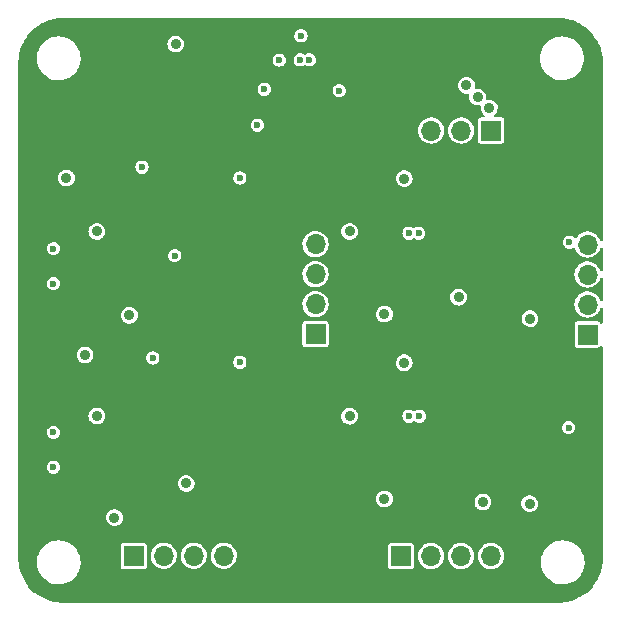
<source format=gbr>
%TF.GenerationSoftware,KiCad,Pcbnew,(6.0.4)*%
%TF.CreationDate,2022-04-04T02:46:47+02:00*%
%TF.ProjectId,Duino Coin,4475696e-6f20-4436-9f69-6e2e6b696361,rev?*%
%TF.SameCoordinates,Original*%
%TF.FileFunction,Copper,L3,Inr*%
%TF.FilePolarity,Positive*%
%FSLAX46Y46*%
G04 Gerber Fmt 4.6, Leading zero omitted, Abs format (unit mm)*
G04 Created by KiCad (PCBNEW (6.0.4)) date 2022-04-04 02:46:47*
%MOMM*%
%LPD*%
G01*
G04 APERTURE LIST*
%TA.AperFunction,ComponentPad*%
%ADD10R,1.700000X1.700000*%
%TD*%
%TA.AperFunction,ComponentPad*%
%ADD11O,1.700000X1.700000*%
%TD*%
%TA.AperFunction,ViaPad*%
%ADD12C,0.900000*%
%TD*%
%TA.AperFunction,ViaPad*%
%ADD13C,0.600000*%
%TD*%
G04 APERTURE END LIST*
D10*
%TO.N,/MOSI4*%
%TO.C,J2*%
X198450200Y-117043200D03*
D11*
%TO.N,/MISO4*%
X198450200Y-114503200D03*
%TO.N,/SCK4*%
X198450200Y-111963200D03*
%TO.N,/SS4*%
X198450200Y-109423200D03*
%TD*%
D10*
%TO.N,/MOSI3*%
%TO.C,J3*%
X182664100Y-135801100D03*
D11*
%TO.N,/MISO3*%
X185204100Y-135801100D03*
%TO.N,/SCK3*%
X187744100Y-135801100D03*
%TO.N,/SS3*%
X190284100Y-135801100D03*
%TD*%
D10*
%TO.N,/MOSI2*%
%TO.C,J5*%
X160020000Y-135775700D03*
D11*
%TO.N,/MISO2*%
X162560000Y-135775700D03*
%TO.N,/SCK2*%
X165100000Y-135775700D03*
%TO.N,/SS2*%
X167640000Y-135775700D03*
%TD*%
D10*
%TO.N,/MOSI1*%
%TO.C,J6*%
X175417480Y-117012720D03*
D11*
%TO.N,/MISO1*%
X175417480Y-114472720D03*
%TO.N,/SCK1*%
X175417480Y-111932720D03*
%TO.N,/SS1*%
X175417480Y-109392720D03*
%TD*%
D10*
%TO.N,+5V*%
%TO.C,J4*%
X190296800Y-99771200D03*
D11*
%TO.N,/D-*%
X187756800Y-99771200D03*
%TO.N,/D+*%
X185216800Y-99771200D03*
%TO.N,GND*%
X182676800Y-99771200D03*
%TD*%
D12*
%TO.N,GND*%
X156921200Y-121818400D03*
D13*
X162661600Y-128778000D03*
D12*
X193357500Y-124510800D03*
X172923200Y-125780800D03*
D13*
X179730400Y-108661200D03*
X169468800Y-110845600D03*
D12*
X178303000Y-121863028D03*
X191427102Y-131394200D03*
X183616600Y-96951800D03*
D13*
X158292800Y-108813600D03*
X157683200Y-111252000D03*
X178155600Y-126238000D03*
X169468800Y-126441200D03*
X162763200Y-113131600D03*
X158343600Y-124510800D03*
D12*
X184607200Y-95961200D03*
X177952400Y-101650800D03*
X191528700Y-115709700D03*
X187452000Y-124460000D03*
D13*
X174193200Y-98806000D03*
D12*
X182900320Y-105333800D03*
X156870400Y-106172000D03*
D13*
X176733200Y-113639600D03*
X179730400Y-124460000D03*
D12*
X182676800Y-97891600D03*
X172923200Y-110134400D03*
D13*
X178257200Y-110744000D03*
D12*
X172974000Y-124561600D03*
D13*
X176631600Y-129235200D03*
D12*
X165760400Y-96926400D03*
D13*
X155397200Y-113639600D03*
D12*
X187553600Y-108864400D03*
X172923200Y-108915200D03*
X179578000Y-91948000D03*
D13*
X193700400Y-108610400D03*
D12*
X162966400Y-98196400D03*
D13*
X155346400Y-129235200D03*
D12*
X197104000Y-110782100D03*
D13*
X169113200Y-91846400D03*
X157683200Y-126847600D03*
D12*
%TO.N,+5V*%
X164465000Y-129654300D03*
X188193680Y-95945960D03*
X156903500Y-123938000D03*
X189141100Y-96944180D03*
X156903500Y-108317000D03*
X190136780Y-97881440D03*
X181254400Y-115316000D03*
X182930800Y-119430800D03*
X189585600Y-131216400D03*
X182930800Y-103835200D03*
D13*
X163499800Y-110363000D03*
D12*
X193569500Y-115697000D03*
D13*
X160731200Y-102870000D03*
X161645600Y-119024400D03*
D12*
X178303000Y-108317000D03*
X158394400Y-132537200D03*
D13*
X172339000Y-93802200D03*
D12*
X154330400Y-103784400D03*
X187528200Y-113880900D03*
X193533350Y-131354150D03*
X155905200Y-118770400D03*
X159664400Y-115417600D03*
X178303000Y-123957000D03*
X181254400Y-130962400D03*
D13*
%TO.N,Net-(R25-Pad2)*%
X171069000Y-96266000D03*
%TO.N,Net-(R27-Pad2)*%
X174117000Y-93789500D03*
%TO.N,Net-(R28-Pad2)*%
X174879000Y-93789500D03*
D12*
%TO.N,+3V3*%
X163576000Y-92456000D03*
D13*
%TO.N,Net-(D17-Pad2)*%
X174180500Y-91757500D03*
%TO.N,Net-(C19-Pad1)*%
X170484800Y-99314000D03*
X177419000Y-96393000D03*
%TO.N,/DTR_2*%
X169011600Y-119380000D03*
%TO.N,/DTR_3*%
X196850000Y-124917200D03*
%TO.N,/DTR_1*%
X169011600Y-103784400D03*
%TO.N,/DTR_4*%
X196900800Y-109220000D03*
%TO.N,/RXD_4*%
X184150000Y-108458000D03*
%TO.N,/TXD_4*%
X183337200Y-108458000D03*
%TO.N,/RXD_2*%
X153212800Y-128270000D03*
%TO.N,/TXD_2*%
X153212800Y-125323600D03*
%TO.N,/RXD_3*%
X184200800Y-123952000D03*
%TO.N,/TXD_3*%
X183337200Y-123952000D03*
%TO.N,/RXD_1*%
X153212800Y-112725200D03*
%TO.N,/TXD_1*%
X153212800Y-109778800D03*
%TD*%
%TA.AperFunction,Conductor*%
%TO.N,GND*%
G36*
X195987103Y-90256921D02*
G01*
X196000000Y-90259486D01*
X196012169Y-90257066D01*
X196024569Y-90257066D01*
X196035624Y-90256251D01*
X196245747Y-90266573D01*
X196360945Y-90272232D01*
X196373241Y-90273443D01*
X196724595Y-90325562D01*
X196736701Y-90327969D01*
X197081253Y-90414275D01*
X197093085Y-90417864D01*
X197427513Y-90537524D01*
X197438937Y-90542256D01*
X197760021Y-90694118D01*
X197770926Y-90699947D01*
X198075582Y-90882551D01*
X198085863Y-90889421D01*
X198371153Y-91101006D01*
X198380691Y-91108832D01*
X198643887Y-91347380D01*
X198652620Y-91356113D01*
X198891168Y-91619309D01*
X198898994Y-91628847D01*
X199035489Y-91812889D01*
X199110579Y-91914137D01*
X199117449Y-91924418D01*
X199300053Y-92229074D01*
X199305882Y-92239979D01*
X199457744Y-92561063D01*
X199462476Y-92572487D01*
X199582136Y-92906915D01*
X199585725Y-92918746D01*
X199672031Y-93263299D01*
X199674438Y-93275405D01*
X199726278Y-93624883D01*
X199726556Y-93626754D01*
X199727768Y-93639055D01*
X199728449Y-93652932D01*
X199743749Y-93964376D01*
X199742934Y-93975431D01*
X199742934Y-93987831D01*
X199740514Y-94000000D01*
X199743079Y-94012894D01*
X199745500Y-94037476D01*
X199745500Y-109035714D01*
X199725498Y-109103835D01*
X199671842Y-109150328D01*
X199601568Y-109160432D01*
X199536988Y-109130938D01*
X199498231Y-109069916D01*
X199487325Y-109031246D01*
X199487324Y-109031244D01*
X199485757Y-109025687D01*
X199483065Y-109020227D01*
X199398531Y-108848809D01*
X199395976Y-108843628D01*
X199385072Y-108829025D01*
X199277977Y-108685609D01*
X199274520Y-108680979D01*
X199125458Y-108543187D01*
X199120575Y-108540106D01*
X199120571Y-108540103D01*
X198958664Y-108437948D01*
X198953781Y-108434867D01*
X198765239Y-108359646D01*
X198759579Y-108358520D01*
X198759575Y-108358519D01*
X198571813Y-108321171D01*
X198571810Y-108321171D01*
X198566146Y-108320044D01*
X198560371Y-108319968D01*
X198560367Y-108319968D01*
X198458993Y-108318641D01*
X198363171Y-108317387D01*
X198357474Y-108318366D01*
X198357473Y-108318366D01*
X198278932Y-108331862D01*
X198163110Y-108351764D01*
X197972663Y-108422024D01*
X197798210Y-108525812D01*
X197793870Y-108529618D01*
X197793866Y-108529621D01*
X197677067Y-108632052D01*
X197645592Y-108659655D01*
X197519920Y-108819069D01*
X197517229Y-108824184D01*
X197514085Y-108829025D01*
X197512273Y-108827848D01*
X197469472Y-108871993D01*
X197400340Y-108888154D01*
X197333444Y-108864374D01*
X197307425Y-108839057D01*
X197301304Y-108831080D01*
X197301300Y-108831076D01*
X197296274Y-108824526D01*
X197289724Y-108819500D01*
X197289721Y-108819497D01*
X197186996Y-108740673D01*
X197186994Y-108740672D01*
X197180443Y-108735645D01*
X197045554Y-108679772D01*
X196900800Y-108660715D01*
X196892612Y-108661793D01*
X196764232Y-108678694D01*
X196764230Y-108678695D01*
X196756046Y-108679772D01*
X196708230Y-108699578D01*
X196628786Y-108732485D01*
X196628784Y-108732486D01*
X196621158Y-108735645D01*
X196505326Y-108824526D01*
X196500303Y-108831072D01*
X196488140Y-108846923D01*
X196416445Y-108940358D01*
X196413286Y-108947984D01*
X196413285Y-108947986D01*
X196392474Y-108998228D01*
X196360572Y-109075246D01*
X196359495Y-109083430D01*
X196359494Y-109083432D01*
X196346120Y-109185019D01*
X196341515Y-109220000D01*
X196342593Y-109228188D01*
X196351978Y-109299472D01*
X196360572Y-109364754D01*
X196370976Y-109389872D01*
X196396203Y-109450773D01*
X196416445Y-109499642D01*
X196505326Y-109615474D01*
X196511876Y-109620500D01*
X196511879Y-109620503D01*
X196608385Y-109694555D01*
X196621157Y-109704355D01*
X196756046Y-109760228D01*
X196900800Y-109779285D01*
X196908988Y-109778207D01*
X197037366Y-109761306D01*
X197045554Y-109760228D01*
X197180443Y-109704355D01*
X197197350Y-109691382D01*
X197263567Y-109665782D01*
X197333116Y-109680046D01*
X197383912Y-109729647D01*
X197396175Y-109760328D01*
X197396851Y-109762989D01*
X197404592Y-109793469D01*
X197407009Y-109798712D01*
X197442402Y-109875485D01*
X197489577Y-109977816D01*
X197492910Y-109982532D01*
X197588044Y-110117144D01*
X197606733Y-110143589D01*
X197752138Y-110285235D01*
X197920920Y-110398012D01*
X197926223Y-110400290D01*
X197926226Y-110400292D01*
X198102121Y-110475862D01*
X198107428Y-110478142D01*
X198171717Y-110492689D01*
X198299779Y-110521667D01*
X198299784Y-110521668D01*
X198305416Y-110522942D01*
X198311187Y-110523169D01*
X198311189Y-110523169D01*
X198370956Y-110525517D01*
X198508253Y-110530912D01*
X198615375Y-110515380D01*
X198703431Y-110502613D01*
X198703436Y-110502612D01*
X198709145Y-110501784D01*
X198714609Y-110499929D01*
X198714614Y-110499928D01*
X198895893Y-110438392D01*
X198895898Y-110438390D01*
X198901365Y-110436534D01*
X199078476Y-110337347D01*
X199111728Y-110309692D01*
X199211836Y-110226432D01*
X199234545Y-110207545D01*
X199337831Y-110083358D01*
X199360653Y-110055918D01*
X199360655Y-110055915D01*
X199364347Y-110051476D01*
X199463534Y-109874365D01*
X199465390Y-109868898D01*
X199465392Y-109868893D01*
X199500187Y-109766389D01*
X199541024Y-109708312D01*
X199606777Y-109681534D01*
X199676569Y-109694555D01*
X199728242Y-109743242D01*
X199745500Y-109806890D01*
X199745500Y-111575714D01*
X199725498Y-111643835D01*
X199671842Y-111690328D01*
X199601568Y-111700432D01*
X199536988Y-111670938D01*
X199498231Y-111609916D01*
X199487325Y-111571246D01*
X199487324Y-111571244D01*
X199485757Y-111565687D01*
X199475178Y-111544233D01*
X199398531Y-111388809D01*
X199395976Y-111383628D01*
X199373216Y-111353148D01*
X199277977Y-111225609D01*
X199274520Y-111220979D01*
X199125458Y-111083187D01*
X199120575Y-111080106D01*
X199120571Y-111080103D01*
X198958664Y-110977948D01*
X198953781Y-110974867D01*
X198765239Y-110899646D01*
X198759579Y-110898520D01*
X198759575Y-110898519D01*
X198571813Y-110861171D01*
X198571810Y-110861171D01*
X198566146Y-110860044D01*
X198560371Y-110859968D01*
X198560367Y-110859968D01*
X198458993Y-110858641D01*
X198363171Y-110857387D01*
X198357474Y-110858366D01*
X198357473Y-110858366D01*
X198168807Y-110890785D01*
X198163110Y-110891764D01*
X197972663Y-110962024D01*
X197798210Y-111065812D01*
X197793870Y-111069618D01*
X197793866Y-111069621D01*
X197675175Y-111173711D01*
X197645592Y-111199655D01*
X197519920Y-111359069D01*
X197517231Y-111364180D01*
X197517229Y-111364183D01*
X197504273Y-111388809D01*
X197425403Y-111538715D01*
X197365207Y-111732578D01*
X197341348Y-111934164D01*
X197354624Y-112136722D01*
X197356045Y-112142318D01*
X197356046Y-112142323D01*
X197402364Y-112324697D01*
X197404592Y-112333469D01*
X197407009Y-112338712D01*
X197444210Y-112419408D01*
X197489577Y-112517816D01*
X197492910Y-112522532D01*
X197588044Y-112657144D01*
X197606733Y-112683589D01*
X197752138Y-112825235D01*
X197920920Y-112938012D01*
X197926223Y-112940290D01*
X197926226Y-112940292D01*
X198102121Y-113015862D01*
X198107428Y-113018142D01*
X198171717Y-113032689D01*
X198299779Y-113061667D01*
X198299784Y-113061668D01*
X198305416Y-113062942D01*
X198311187Y-113063169D01*
X198311189Y-113063169D01*
X198370956Y-113065517D01*
X198508253Y-113070912D01*
X198608699Y-113056348D01*
X198703431Y-113042613D01*
X198703436Y-113042612D01*
X198709145Y-113041784D01*
X198714609Y-113039929D01*
X198714614Y-113039928D01*
X198895893Y-112978392D01*
X198895898Y-112978390D01*
X198901365Y-112976534D01*
X199078476Y-112877347D01*
X199087366Y-112869954D01*
X199230113Y-112751231D01*
X199234545Y-112747545D01*
X199364347Y-112591476D01*
X199463534Y-112414365D01*
X199465390Y-112408898D01*
X199465392Y-112408893D01*
X199500187Y-112306389D01*
X199541024Y-112248312D01*
X199606777Y-112221534D01*
X199676569Y-112234555D01*
X199728242Y-112283242D01*
X199745500Y-112346890D01*
X199745500Y-114115714D01*
X199725498Y-114183835D01*
X199671842Y-114230328D01*
X199601568Y-114240432D01*
X199536988Y-114210938D01*
X199498231Y-114149916D01*
X199487325Y-114111246D01*
X199487324Y-114111244D01*
X199485757Y-114105687D01*
X199475178Y-114084233D01*
X199398531Y-113928809D01*
X199395976Y-113923628D01*
X199375168Y-113895762D01*
X199277977Y-113765609D01*
X199274520Y-113760979D01*
X199125458Y-113623187D01*
X199120575Y-113620106D01*
X199120571Y-113620103D01*
X198958664Y-113517948D01*
X198953781Y-113514867D01*
X198765239Y-113439646D01*
X198759579Y-113438520D01*
X198759575Y-113438519D01*
X198571813Y-113401171D01*
X198571810Y-113401171D01*
X198566146Y-113400044D01*
X198560371Y-113399968D01*
X198560367Y-113399968D01*
X198458993Y-113398641D01*
X198363171Y-113397387D01*
X198357474Y-113398366D01*
X198357473Y-113398366D01*
X198168807Y-113430785D01*
X198163110Y-113431764D01*
X197972663Y-113502024D01*
X197798210Y-113605812D01*
X197793870Y-113609618D01*
X197793866Y-113609621D01*
X197677561Y-113711619D01*
X197645592Y-113739655D01*
X197519920Y-113899069D01*
X197517231Y-113904180D01*
X197517229Y-113904183D01*
X197504273Y-113928809D01*
X197425403Y-114078715D01*
X197365207Y-114272578D01*
X197341348Y-114474164D01*
X197354624Y-114676722D01*
X197356045Y-114682318D01*
X197356046Y-114682323D01*
X197399379Y-114852943D01*
X197404592Y-114873469D01*
X197407009Y-114878712D01*
X197460066Y-114993801D01*
X197489577Y-115057816D01*
X197492910Y-115062532D01*
X197602175Y-115217139D01*
X197606733Y-115223589D01*
X197752138Y-115365235D01*
X197920920Y-115478012D01*
X197926223Y-115480290D01*
X197926226Y-115480292D01*
X198102121Y-115555862D01*
X198107428Y-115558142D01*
X198171717Y-115572689D01*
X198299779Y-115601667D01*
X198299784Y-115601668D01*
X198305416Y-115602942D01*
X198311187Y-115603169D01*
X198311189Y-115603169D01*
X198370956Y-115605517D01*
X198508253Y-115610912D01*
X198626576Y-115593756D01*
X198703431Y-115582613D01*
X198703436Y-115582612D01*
X198709145Y-115581784D01*
X198714609Y-115579929D01*
X198714614Y-115579928D01*
X198895893Y-115518392D01*
X198895898Y-115518390D01*
X198901365Y-115516534D01*
X198931466Y-115499677D01*
X198983550Y-115470508D01*
X199078476Y-115417347D01*
X199083112Y-115413492D01*
X199230113Y-115291231D01*
X199234545Y-115287545D01*
X199291663Y-115218869D01*
X199360653Y-115135918D01*
X199360655Y-115135915D01*
X199364347Y-115131476D01*
X199425606Y-115022091D01*
X199460710Y-114959408D01*
X199460711Y-114959406D01*
X199463534Y-114954365D01*
X199465390Y-114948898D01*
X199465392Y-114948893D01*
X199500187Y-114846389D01*
X199541024Y-114788312D01*
X199606777Y-114761534D01*
X199676569Y-114774555D01*
X199728242Y-114823242D01*
X199745500Y-114886890D01*
X199745500Y-115986185D01*
X199725498Y-116054306D01*
X199671842Y-116100799D01*
X199601568Y-116110903D01*
X199536988Y-116081409D01*
X199514735Y-116056187D01*
X199512673Y-116053100D01*
X199483684Y-116009716D01*
X199399501Y-115953466D01*
X199325267Y-115938700D01*
X198450342Y-115938700D01*
X197575134Y-115938701D01*
X197539382Y-115945812D01*
X197513074Y-115951044D01*
X197513072Y-115951045D01*
X197500899Y-115953466D01*
X197490579Y-115960361D01*
X197490578Y-115960362D01*
X197472839Y-115972215D01*
X197416716Y-116009716D01*
X197408651Y-116021786D01*
X197372699Y-116075592D01*
X197360466Y-116093899D01*
X197345700Y-116168133D01*
X197345701Y-117918266D01*
X197351982Y-117949846D01*
X197357152Y-117975837D01*
X197360466Y-117992501D01*
X197367361Y-118002821D01*
X197367362Y-118002822D01*
X197396350Y-118046204D01*
X197416716Y-118076684D01*
X197500899Y-118132934D01*
X197575133Y-118147700D01*
X198450058Y-118147700D01*
X199325266Y-118147699D01*
X199361018Y-118140588D01*
X199387326Y-118135356D01*
X199387328Y-118135355D01*
X199399501Y-118132934D01*
X199409821Y-118126039D01*
X199409822Y-118126038D01*
X199473368Y-118083577D01*
X199483684Y-118076684D01*
X199514736Y-118030212D01*
X199569212Y-117984685D01*
X199639655Y-117975837D01*
X199703699Y-118006479D01*
X199741010Y-118066880D01*
X199745500Y-118100215D01*
X199745500Y-135962524D01*
X199743079Y-135987103D01*
X199740514Y-136000000D01*
X199742934Y-136012169D01*
X199742934Y-136024569D01*
X199743749Y-136035624D01*
X199737081Y-136171369D01*
X199728025Y-136355716D01*
X199727768Y-136360940D01*
X199726557Y-136373241D01*
X199680722Y-136682237D01*
X199674440Y-136724586D01*
X199672031Y-136736701D01*
X199587385Y-137074625D01*
X199585725Y-137081253D01*
X199582136Y-137093085D01*
X199462476Y-137427513D01*
X199457744Y-137438937D01*
X199305882Y-137760021D01*
X199300053Y-137770926D01*
X199117449Y-138075582D01*
X199110579Y-138085863D01*
X198898994Y-138371153D01*
X198891168Y-138380691D01*
X198722626Y-138566648D01*
X198652625Y-138643882D01*
X198643887Y-138652620D01*
X198380691Y-138891168D01*
X198371153Y-138898994D01*
X198163082Y-139053310D01*
X198085863Y-139110579D01*
X198075582Y-139117449D01*
X197770926Y-139300053D01*
X197760021Y-139305882D01*
X197438937Y-139457744D01*
X197427513Y-139462476D01*
X197093085Y-139582136D01*
X197081254Y-139585725D01*
X196736701Y-139672031D01*
X196724595Y-139674438D01*
X196373241Y-139726557D01*
X196360945Y-139727768D01*
X196245747Y-139733427D01*
X196035624Y-139743749D01*
X196024569Y-139742934D01*
X196012169Y-139742934D01*
X196000000Y-139740514D01*
X195987103Y-139743079D01*
X195962524Y-139745500D01*
X154037476Y-139745500D01*
X154012897Y-139743079D01*
X154000000Y-139740514D01*
X153987831Y-139742934D01*
X153975431Y-139742934D01*
X153964376Y-139743749D01*
X153754253Y-139733427D01*
X153639055Y-139727768D01*
X153626759Y-139726557D01*
X153275405Y-139674438D01*
X153263299Y-139672031D01*
X152918746Y-139585725D01*
X152906915Y-139582136D01*
X152572487Y-139462476D01*
X152561063Y-139457744D01*
X152239979Y-139305882D01*
X152229074Y-139300053D01*
X151924418Y-139117449D01*
X151914137Y-139110579D01*
X151836918Y-139053310D01*
X151628847Y-138898994D01*
X151619309Y-138891168D01*
X151356113Y-138652620D01*
X151347375Y-138643882D01*
X151277374Y-138566648D01*
X151108832Y-138380691D01*
X151101006Y-138371153D01*
X150889421Y-138085863D01*
X150882551Y-138075582D01*
X150699947Y-137770926D01*
X150694118Y-137760021D01*
X150542256Y-137438937D01*
X150537524Y-137427513D01*
X150417864Y-137093085D01*
X150414275Y-137081253D01*
X150412615Y-137074625D01*
X150327969Y-136736701D01*
X150325560Y-136724586D01*
X150319279Y-136682237D01*
X150273954Y-136376686D01*
X151811018Y-136376686D01*
X151836579Y-136644600D01*
X151837664Y-136649034D01*
X151837665Y-136649040D01*
X151897424Y-136893255D01*
X151900547Y-136906018D01*
X152001583Y-137155463D01*
X152137569Y-137387710D01*
X152305658Y-137597895D01*
X152502327Y-137781613D01*
X152723457Y-137935016D01*
X152964416Y-138054891D01*
X152968750Y-138056312D01*
X152968753Y-138056313D01*
X153215823Y-138137307D01*
X153215829Y-138137308D01*
X153220156Y-138138727D01*
X153224647Y-138139507D01*
X153224648Y-138139507D01*
X153481538Y-138184111D01*
X153481546Y-138184112D01*
X153485319Y-138184767D01*
X153489156Y-138184958D01*
X153568777Y-138188922D01*
X153568785Y-138188922D01*
X153570348Y-138189000D01*
X153738374Y-138189000D01*
X153740642Y-138188835D01*
X153740654Y-138188835D01*
X153871457Y-138179344D01*
X153938425Y-138174485D01*
X153942880Y-138173501D01*
X153942883Y-138173501D01*
X154196770Y-138117447D01*
X154196772Y-138117446D01*
X154201226Y-138116463D01*
X154452900Y-138021113D01*
X154688172Y-137890431D01*
X154859050Y-137760021D01*
X154898491Y-137729921D01*
X154898495Y-137729917D01*
X154902116Y-137727154D01*
X155090249Y-137534703D01*
X155197242Y-137387710D01*
X155245942Y-137320804D01*
X155245947Y-137320797D01*
X155248630Y-137317110D01*
X155373941Y-137078933D01*
X155463557Y-136825162D01*
X155497930Y-136650766D01*
X155514720Y-136565583D01*
X155514721Y-136565577D01*
X155515601Y-136561111D01*
X155517373Y-136525524D01*
X155528755Y-136296883D01*
X155528755Y-136296877D01*
X155528982Y-136292314D01*
X155503421Y-136024400D01*
X155498158Y-136002888D01*
X155440539Y-135767420D01*
X155439453Y-135762982D01*
X155338417Y-135513537D01*
X155202431Y-135281290D01*
X155034342Y-135071105D01*
X154851853Y-134900633D01*
X158915500Y-134900633D01*
X158915501Y-136650766D01*
X158930266Y-136725001D01*
X158937161Y-136735320D01*
X158937162Y-136735322D01*
X158977516Y-136795715D01*
X158986516Y-136809184D01*
X159070699Y-136865434D01*
X159144933Y-136880200D01*
X160019858Y-136880200D01*
X160895066Y-136880199D01*
X160930818Y-136873088D01*
X160957126Y-136867856D01*
X160957128Y-136867855D01*
X160969301Y-136865434D01*
X160979621Y-136858539D01*
X160979622Y-136858538D01*
X161043168Y-136816077D01*
X161053484Y-136809184D01*
X161109734Y-136725001D01*
X161124500Y-136650767D01*
X161124499Y-135746664D01*
X161451148Y-135746664D01*
X161464424Y-135949222D01*
X161465845Y-135954818D01*
X161465846Y-135954823D01*
X161492570Y-136060045D01*
X161514392Y-136145969D01*
X161516809Y-136151212D01*
X161581858Y-136292314D01*
X161599377Y-136330316D01*
X161716533Y-136496089D01*
X161861938Y-136637735D01*
X162030720Y-136750512D01*
X162036023Y-136752790D01*
X162036026Y-136752792D01*
X162179503Y-136814434D01*
X162217228Y-136830642D01*
X162265112Y-136841477D01*
X162409579Y-136874167D01*
X162409584Y-136874168D01*
X162415216Y-136875442D01*
X162420987Y-136875669D01*
X162420989Y-136875669D01*
X162475940Y-136877828D01*
X162618053Y-136883412D01*
X162725348Y-136867855D01*
X162813231Y-136855113D01*
X162813236Y-136855112D01*
X162818945Y-136854284D01*
X162824409Y-136852429D01*
X162824414Y-136852428D01*
X163005693Y-136790892D01*
X163005698Y-136790890D01*
X163011165Y-136789034D01*
X163188276Y-136689847D01*
X163197429Y-136682235D01*
X163339913Y-136563731D01*
X163344345Y-136560045D01*
X163376412Y-136521489D01*
X163470453Y-136408418D01*
X163470455Y-136408415D01*
X163474147Y-136403976D01*
X163573334Y-136226865D01*
X163575190Y-136221398D01*
X163575192Y-136221393D01*
X163636728Y-136040114D01*
X163636729Y-136040109D01*
X163638584Y-136034645D01*
X163639412Y-136028936D01*
X163639413Y-136028931D01*
X163665600Y-135848320D01*
X163667712Y-135833753D01*
X163669232Y-135775700D01*
X163666564Y-135746664D01*
X163991148Y-135746664D01*
X164004424Y-135949222D01*
X164005845Y-135954818D01*
X164005846Y-135954823D01*
X164032570Y-136060045D01*
X164054392Y-136145969D01*
X164056809Y-136151212D01*
X164121858Y-136292314D01*
X164139377Y-136330316D01*
X164256533Y-136496089D01*
X164401938Y-136637735D01*
X164570720Y-136750512D01*
X164576023Y-136752790D01*
X164576026Y-136752792D01*
X164719503Y-136814434D01*
X164757228Y-136830642D01*
X164805112Y-136841477D01*
X164949579Y-136874167D01*
X164949584Y-136874168D01*
X164955216Y-136875442D01*
X164960987Y-136875669D01*
X164960989Y-136875669D01*
X165015940Y-136877828D01*
X165158053Y-136883412D01*
X165265348Y-136867855D01*
X165353231Y-136855113D01*
X165353236Y-136855112D01*
X165358945Y-136854284D01*
X165364409Y-136852429D01*
X165364414Y-136852428D01*
X165545693Y-136790892D01*
X165545698Y-136790890D01*
X165551165Y-136789034D01*
X165728276Y-136689847D01*
X165737429Y-136682235D01*
X165879913Y-136563731D01*
X165884345Y-136560045D01*
X165916412Y-136521489D01*
X166010453Y-136408418D01*
X166010455Y-136408415D01*
X166014147Y-136403976D01*
X166113334Y-136226865D01*
X166115190Y-136221398D01*
X166115192Y-136221393D01*
X166176728Y-136040114D01*
X166176729Y-136040109D01*
X166178584Y-136034645D01*
X166179412Y-136028936D01*
X166179413Y-136028931D01*
X166205600Y-135848320D01*
X166207712Y-135833753D01*
X166209232Y-135775700D01*
X166206564Y-135746664D01*
X166531148Y-135746664D01*
X166544424Y-135949222D01*
X166545845Y-135954818D01*
X166545846Y-135954823D01*
X166572570Y-136060045D01*
X166594392Y-136145969D01*
X166596809Y-136151212D01*
X166661858Y-136292314D01*
X166679377Y-136330316D01*
X166796533Y-136496089D01*
X166941938Y-136637735D01*
X167110720Y-136750512D01*
X167116023Y-136752790D01*
X167116026Y-136752792D01*
X167259503Y-136814434D01*
X167297228Y-136830642D01*
X167345112Y-136841477D01*
X167489579Y-136874167D01*
X167489584Y-136874168D01*
X167495216Y-136875442D01*
X167500987Y-136875669D01*
X167500989Y-136875669D01*
X167555940Y-136877828D01*
X167698053Y-136883412D01*
X167805348Y-136867855D01*
X167893231Y-136855113D01*
X167893236Y-136855112D01*
X167898945Y-136854284D01*
X167904409Y-136852429D01*
X167904414Y-136852428D01*
X168085693Y-136790892D01*
X168085698Y-136790890D01*
X168091165Y-136789034D01*
X168268276Y-136689847D01*
X168277429Y-136682235D01*
X168419913Y-136563731D01*
X168424345Y-136560045D01*
X168456412Y-136521489D01*
X168550453Y-136408418D01*
X168550455Y-136408415D01*
X168554147Y-136403976D01*
X168653334Y-136226865D01*
X168655190Y-136221398D01*
X168655192Y-136221393D01*
X168716728Y-136040114D01*
X168716729Y-136040109D01*
X168718584Y-136034645D01*
X168719412Y-136028936D01*
X168719413Y-136028931D01*
X168745600Y-135848320D01*
X168747712Y-135833753D01*
X168749232Y-135775700D01*
X168732175Y-135590067D01*
X168731187Y-135579313D01*
X168731186Y-135579310D01*
X168730658Y-135573559D01*
X168728233Y-135564961D01*
X168677125Y-135383746D01*
X168677124Y-135383744D01*
X168675557Y-135378187D01*
X168664978Y-135356733D01*
X168588331Y-135201309D01*
X168585776Y-135196128D01*
X168464320Y-135033479D01*
X168348086Y-134926033D01*
X181559600Y-134926033D01*
X181559601Y-136676166D01*
X181562322Y-136689847D01*
X181571644Y-136736714D01*
X181574366Y-136750401D01*
X181581261Y-136760720D01*
X181581262Y-136760722D01*
X181621326Y-136820680D01*
X181630616Y-136834584D01*
X181714799Y-136890834D01*
X181789033Y-136905600D01*
X182663958Y-136905600D01*
X183539166Y-136905599D01*
X183574918Y-136898488D01*
X183601226Y-136893256D01*
X183601228Y-136893255D01*
X183613401Y-136890834D01*
X183623721Y-136883939D01*
X183623722Y-136883938D01*
X183687268Y-136841477D01*
X183697584Y-136834584D01*
X183753834Y-136750401D01*
X183768600Y-136676167D01*
X183768599Y-135772064D01*
X184095248Y-135772064D01*
X184108524Y-135974622D01*
X184109945Y-135980218D01*
X184109946Y-135980223D01*
X184130219Y-136060045D01*
X184158492Y-136171369D01*
X184160909Y-136176612D01*
X184198110Y-136257308D01*
X184243477Y-136355716D01*
X184360633Y-136521489D01*
X184506038Y-136663135D01*
X184674820Y-136775912D01*
X184680123Y-136778190D01*
X184680126Y-136778192D01*
X184805175Y-136831917D01*
X184861328Y-136856042D01*
X184934344Y-136872564D01*
X185053679Y-136899567D01*
X185053684Y-136899568D01*
X185059316Y-136900842D01*
X185065087Y-136901069D01*
X185065089Y-136901069D01*
X185124856Y-136903417D01*
X185262153Y-136908812D01*
X185369448Y-136893255D01*
X185457331Y-136880513D01*
X185457336Y-136880512D01*
X185463045Y-136879684D01*
X185468509Y-136877829D01*
X185468514Y-136877828D01*
X185649793Y-136816292D01*
X185649798Y-136816290D01*
X185655265Y-136814434D01*
X185832376Y-136715247D01*
X185859520Y-136692672D01*
X185984013Y-136589131D01*
X185988445Y-136585445D01*
X186118247Y-136429376D01*
X186192447Y-136296883D01*
X186214610Y-136257308D01*
X186214611Y-136257306D01*
X186217434Y-136252265D01*
X186219290Y-136246798D01*
X186219292Y-136246793D01*
X186280828Y-136065514D01*
X186280829Y-136065509D01*
X186282684Y-136060045D01*
X186283512Y-136054336D01*
X186283513Y-136054331D01*
X186311279Y-135862827D01*
X186311812Y-135859153D01*
X186313332Y-135801100D01*
X186310664Y-135772064D01*
X186635248Y-135772064D01*
X186648524Y-135974622D01*
X186649945Y-135980218D01*
X186649946Y-135980223D01*
X186670219Y-136060045D01*
X186698492Y-136171369D01*
X186700909Y-136176612D01*
X186738110Y-136257308D01*
X186783477Y-136355716D01*
X186900633Y-136521489D01*
X187046038Y-136663135D01*
X187214820Y-136775912D01*
X187220123Y-136778190D01*
X187220126Y-136778192D01*
X187345175Y-136831917D01*
X187401328Y-136856042D01*
X187474344Y-136872564D01*
X187593679Y-136899567D01*
X187593684Y-136899568D01*
X187599316Y-136900842D01*
X187605087Y-136901069D01*
X187605089Y-136901069D01*
X187664856Y-136903417D01*
X187802153Y-136908812D01*
X187909448Y-136893255D01*
X187997331Y-136880513D01*
X187997336Y-136880512D01*
X188003045Y-136879684D01*
X188008509Y-136877829D01*
X188008514Y-136877828D01*
X188189793Y-136816292D01*
X188189798Y-136816290D01*
X188195265Y-136814434D01*
X188372376Y-136715247D01*
X188399520Y-136692672D01*
X188524013Y-136589131D01*
X188528445Y-136585445D01*
X188658247Y-136429376D01*
X188732447Y-136296883D01*
X188754610Y-136257308D01*
X188754611Y-136257306D01*
X188757434Y-136252265D01*
X188759290Y-136246798D01*
X188759292Y-136246793D01*
X188820828Y-136065514D01*
X188820829Y-136065509D01*
X188822684Y-136060045D01*
X188823512Y-136054336D01*
X188823513Y-136054331D01*
X188851279Y-135862827D01*
X188851812Y-135859153D01*
X188853332Y-135801100D01*
X188850664Y-135772064D01*
X189175248Y-135772064D01*
X189188524Y-135974622D01*
X189189945Y-135980218D01*
X189189946Y-135980223D01*
X189210219Y-136060045D01*
X189238492Y-136171369D01*
X189240909Y-136176612D01*
X189278110Y-136257308D01*
X189323477Y-136355716D01*
X189440633Y-136521489D01*
X189586038Y-136663135D01*
X189754820Y-136775912D01*
X189760123Y-136778190D01*
X189760126Y-136778192D01*
X189885175Y-136831917D01*
X189941328Y-136856042D01*
X190014344Y-136872564D01*
X190133679Y-136899567D01*
X190133684Y-136899568D01*
X190139316Y-136900842D01*
X190145087Y-136901069D01*
X190145089Y-136901069D01*
X190204856Y-136903417D01*
X190342153Y-136908812D01*
X190449448Y-136893255D01*
X190537331Y-136880513D01*
X190537336Y-136880512D01*
X190543045Y-136879684D01*
X190548509Y-136877829D01*
X190548514Y-136877828D01*
X190729793Y-136816292D01*
X190729798Y-136816290D01*
X190735265Y-136814434D01*
X190912376Y-136715247D01*
X190939520Y-136692672D01*
X191064013Y-136589131D01*
X191068445Y-136585445D01*
X191198247Y-136429376D01*
X191227755Y-136376686D01*
X194483018Y-136376686D01*
X194508579Y-136644600D01*
X194509664Y-136649034D01*
X194509665Y-136649040D01*
X194569424Y-136893255D01*
X194572547Y-136906018D01*
X194673583Y-137155463D01*
X194809569Y-137387710D01*
X194977658Y-137597895D01*
X195174327Y-137781613D01*
X195395457Y-137935016D01*
X195636416Y-138054891D01*
X195640750Y-138056312D01*
X195640753Y-138056313D01*
X195887823Y-138137307D01*
X195887829Y-138137308D01*
X195892156Y-138138727D01*
X195896647Y-138139507D01*
X195896648Y-138139507D01*
X196153538Y-138184111D01*
X196153546Y-138184112D01*
X196157319Y-138184767D01*
X196161156Y-138184958D01*
X196240777Y-138188922D01*
X196240785Y-138188922D01*
X196242348Y-138189000D01*
X196410374Y-138189000D01*
X196412642Y-138188835D01*
X196412654Y-138188835D01*
X196543457Y-138179344D01*
X196610425Y-138174485D01*
X196614880Y-138173501D01*
X196614883Y-138173501D01*
X196868770Y-138117447D01*
X196868772Y-138117446D01*
X196873226Y-138116463D01*
X197124900Y-138021113D01*
X197360172Y-137890431D01*
X197531050Y-137760021D01*
X197570491Y-137729921D01*
X197570495Y-137729917D01*
X197574116Y-137727154D01*
X197762249Y-137534703D01*
X197869242Y-137387710D01*
X197917942Y-137320804D01*
X197917947Y-137320797D01*
X197920630Y-137317110D01*
X198045941Y-137078933D01*
X198135557Y-136825162D01*
X198169930Y-136650766D01*
X198186720Y-136565583D01*
X198186721Y-136565577D01*
X198187601Y-136561111D01*
X198189373Y-136525524D01*
X198200755Y-136296883D01*
X198200755Y-136296877D01*
X198200982Y-136292314D01*
X198175421Y-136024400D01*
X198170158Y-136002888D01*
X198112539Y-135767420D01*
X198111453Y-135762982D01*
X198010417Y-135513537D01*
X197874431Y-135281290D01*
X197706342Y-135071105D01*
X197509673Y-134887387D01*
X197300409Y-134742216D01*
X197292291Y-134736584D01*
X197292290Y-134736584D01*
X197288543Y-134733984D01*
X197047584Y-134614109D01*
X197043250Y-134612688D01*
X197043247Y-134612687D01*
X196796177Y-134531693D01*
X196796171Y-134531692D01*
X196791844Y-134530273D01*
X196787352Y-134529493D01*
X196530462Y-134484889D01*
X196530454Y-134484888D01*
X196526681Y-134484233D01*
X196516718Y-134483737D01*
X196443223Y-134480078D01*
X196443215Y-134480078D01*
X196441652Y-134480000D01*
X196273626Y-134480000D01*
X196271358Y-134480165D01*
X196271346Y-134480165D01*
X196140543Y-134489656D01*
X196073575Y-134494515D01*
X196069120Y-134495499D01*
X196069117Y-134495499D01*
X195815230Y-134551553D01*
X195815228Y-134551554D01*
X195810774Y-134552537D01*
X195559100Y-134647887D01*
X195555114Y-134650101D01*
X195555112Y-134650102D01*
X195389276Y-134742216D01*
X195323828Y-134778569D01*
X195320196Y-134781341D01*
X195113509Y-134939079D01*
X195113505Y-134939083D01*
X195109884Y-134941846D01*
X195106699Y-134945104D01*
X195106698Y-134945105D01*
X195036718Y-135016691D01*
X194921751Y-135134297D01*
X194919066Y-135137986D01*
X194766058Y-135348196D01*
X194766053Y-135348203D01*
X194763370Y-135351890D01*
X194638059Y-135590067D01*
X194548443Y-135843838D01*
X194528809Y-135943455D01*
X194512855Y-136024400D01*
X194496399Y-136107889D01*
X194496172Y-136112442D01*
X194496172Y-136112445D01*
X194483802Y-136360940D01*
X194483018Y-136376686D01*
X191227755Y-136376686D01*
X191272447Y-136296883D01*
X191294610Y-136257308D01*
X191294611Y-136257306D01*
X191297434Y-136252265D01*
X191299290Y-136246798D01*
X191299292Y-136246793D01*
X191360828Y-136065514D01*
X191360829Y-136065509D01*
X191362684Y-136060045D01*
X191363512Y-136054336D01*
X191363513Y-136054331D01*
X191391279Y-135862827D01*
X191391812Y-135859153D01*
X191393332Y-135801100D01*
X191374758Y-135598959D01*
X191369217Y-135579313D01*
X191321225Y-135409146D01*
X191321224Y-135409144D01*
X191319657Y-135403587D01*
X191309078Y-135382133D01*
X191232431Y-135226709D01*
X191229876Y-135221528D01*
X191108420Y-135058879D01*
X190959358Y-134921087D01*
X190954475Y-134918006D01*
X190954471Y-134918003D01*
X190792564Y-134815848D01*
X190787681Y-134812767D01*
X190599139Y-134737546D01*
X190593479Y-134736420D01*
X190593475Y-134736419D01*
X190405713Y-134699071D01*
X190405710Y-134699071D01*
X190400046Y-134697944D01*
X190394271Y-134697868D01*
X190394267Y-134697868D01*
X190292893Y-134696541D01*
X190197071Y-134695287D01*
X190191374Y-134696266D01*
X190191373Y-134696266D01*
X190103497Y-134711366D01*
X189997010Y-134729664D01*
X189806563Y-134799924D01*
X189632110Y-134903712D01*
X189627770Y-134907518D01*
X189627766Y-134907521D01*
X189512796Y-135008348D01*
X189479492Y-135037555D01*
X189353820Y-135196969D01*
X189351131Y-135202080D01*
X189351129Y-135202083D01*
X189338173Y-135226709D01*
X189259303Y-135376615D01*
X189250928Y-135403587D01*
X189205213Y-135550815D01*
X189199107Y-135570478D01*
X189175248Y-135772064D01*
X188850664Y-135772064D01*
X188834758Y-135598959D01*
X188829217Y-135579313D01*
X188781225Y-135409146D01*
X188781224Y-135409144D01*
X188779657Y-135403587D01*
X188769078Y-135382133D01*
X188692431Y-135226709D01*
X188689876Y-135221528D01*
X188568420Y-135058879D01*
X188419358Y-134921087D01*
X188414475Y-134918006D01*
X188414471Y-134918003D01*
X188252564Y-134815848D01*
X188247681Y-134812767D01*
X188059139Y-134737546D01*
X188053479Y-134736420D01*
X188053475Y-134736419D01*
X187865713Y-134699071D01*
X187865710Y-134699071D01*
X187860046Y-134697944D01*
X187854271Y-134697868D01*
X187854267Y-134697868D01*
X187752893Y-134696541D01*
X187657071Y-134695287D01*
X187651374Y-134696266D01*
X187651373Y-134696266D01*
X187563497Y-134711366D01*
X187457010Y-134729664D01*
X187266563Y-134799924D01*
X187092110Y-134903712D01*
X187087770Y-134907518D01*
X187087766Y-134907521D01*
X186972796Y-135008348D01*
X186939492Y-135037555D01*
X186813820Y-135196969D01*
X186811131Y-135202080D01*
X186811129Y-135202083D01*
X186798173Y-135226709D01*
X186719303Y-135376615D01*
X186710928Y-135403587D01*
X186665213Y-135550815D01*
X186659107Y-135570478D01*
X186635248Y-135772064D01*
X186310664Y-135772064D01*
X186294758Y-135598959D01*
X186289217Y-135579313D01*
X186241225Y-135409146D01*
X186241224Y-135409144D01*
X186239657Y-135403587D01*
X186229078Y-135382133D01*
X186152431Y-135226709D01*
X186149876Y-135221528D01*
X186028420Y-135058879D01*
X185879358Y-134921087D01*
X185874475Y-134918006D01*
X185874471Y-134918003D01*
X185712564Y-134815848D01*
X185707681Y-134812767D01*
X185519139Y-134737546D01*
X185513479Y-134736420D01*
X185513475Y-134736419D01*
X185325713Y-134699071D01*
X185325710Y-134699071D01*
X185320046Y-134697944D01*
X185314271Y-134697868D01*
X185314267Y-134697868D01*
X185212893Y-134696541D01*
X185117071Y-134695287D01*
X185111374Y-134696266D01*
X185111373Y-134696266D01*
X185023497Y-134711366D01*
X184917010Y-134729664D01*
X184726563Y-134799924D01*
X184552110Y-134903712D01*
X184547770Y-134907518D01*
X184547766Y-134907521D01*
X184432796Y-135008348D01*
X184399492Y-135037555D01*
X184273820Y-135196969D01*
X184271131Y-135202080D01*
X184271129Y-135202083D01*
X184258173Y-135226709D01*
X184179303Y-135376615D01*
X184170928Y-135403587D01*
X184125213Y-135550815D01*
X184119107Y-135570478D01*
X184095248Y-135772064D01*
X183768599Y-135772064D01*
X183768599Y-134926034D01*
X183759865Y-134882121D01*
X183756256Y-134863974D01*
X183756255Y-134863972D01*
X183753834Y-134851799D01*
X183744998Y-134838574D01*
X183704477Y-134777932D01*
X183697584Y-134767616D01*
X183613401Y-134711366D01*
X183539167Y-134696600D01*
X182664242Y-134696600D01*
X181789034Y-134696601D01*
X181753282Y-134703712D01*
X181726974Y-134708944D01*
X181726972Y-134708945D01*
X181714799Y-134711366D01*
X181704479Y-134718261D01*
X181704478Y-134718262D01*
X181644085Y-134758616D01*
X181630616Y-134767616D01*
X181574366Y-134851799D01*
X181559600Y-134926033D01*
X168348086Y-134926033D01*
X168346980Y-134925011D01*
X168319503Y-134899611D01*
X168315258Y-134895687D01*
X168310375Y-134892606D01*
X168310371Y-134892603D01*
X168148464Y-134790448D01*
X168143581Y-134787367D01*
X167955039Y-134712146D01*
X167949379Y-134711020D01*
X167949375Y-134711019D01*
X167761613Y-134673671D01*
X167761610Y-134673671D01*
X167755946Y-134672544D01*
X167750171Y-134672468D01*
X167750167Y-134672468D01*
X167648793Y-134671141D01*
X167552971Y-134669887D01*
X167547274Y-134670866D01*
X167547273Y-134670866D01*
X167390132Y-134697868D01*
X167352910Y-134704264D01*
X167162463Y-134774524D01*
X166988010Y-134878312D01*
X166983670Y-134882118D01*
X166983666Y-134882121D01*
X166839733Y-135008348D01*
X166835392Y-135012155D01*
X166709720Y-135171569D01*
X166707031Y-135176680D01*
X166707029Y-135176683D01*
X166683435Y-135221528D01*
X166615203Y-135351215D01*
X166555007Y-135545078D01*
X166531148Y-135746664D01*
X166206564Y-135746664D01*
X166192175Y-135590067D01*
X166191187Y-135579313D01*
X166191186Y-135579310D01*
X166190658Y-135573559D01*
X166188233Y-135564961D01*
X166137125Y-135383746D01*
X166137124Y-135383744D01*
X166135557Y-135378187D01*
X166124978Y-135356733D01*
X166048331Y-135201309D01*
X166045776Y-135196128D01*
X165924320Y-135033479D01*
X165806980Y-134925011D01*
X165779503Y-134899611D01*
X165775258Y-134895687D01*
X165770375Y-134892606D01*
X165770371Y-134892603D01*
X165608464Y-134790448D01*
X165603581Y-134787367D01*
X165415039Y-134712146D01*
X165409379Y-134711020D01*
X165409375Y-134711019D01*
X165221613Y-134673671D01*
X165221610Y-134673671D01*
X165215946Y-134672544D01*
X165210171Y-134672468D01*
X165210167Y-134672468D01*
X165108793Y-134671141D01*
X165012971Y-134669887D01*
X165007274Y-134670866D01*
X165007273Y-134670866D01*
X164850132Y-134697868D01*
X164812910Y-134704264D01*
X164622463Y-134774524D01*
X164448010Y-134878312D01*
X164443670Y-134882118D01*
X164443666Y-134882121D01*
X164299733Y-135008348D01*
X164295392Y-135012155D01*
X164169720Y-135171569D01*
X164167031Y-135176680D01*
X164167029Y-135176683D01*
X164143435Y-135221528D01*
X164075203Y-135351215D01*
X164015007Y-135545078D01*
X163991148Y-135746664D01*
X163666564Y-135746664D01*
X163652175Y-135590067D01*
X163651187Y-135579313D01*
X163651186Y-135579310D01*
X163650658Y-135573559D01*
X163648233Y-135564961D01*
X163597125Y-135383746D01*
X163597124Y-135383744D01*
X163595557Y-135378187D01*
X163584978Y-135356733D01*
X163508331Y-135201309D01*
X163505776Y-135196128D01*
X163384320Y-135033479D01*
X163266980Y-134925011D01*
X163239503Y-134899611D01*
X163235258Y-134895687D01*
X163230375Y-134892606D01*
X163230371Y-134892603D01*
X163068464Y-134790448D01*
X163063581Y-134787367D01*
X162875039Y-134712146D01*
X162869379Y-134711020D01*
X162869375Y-134711019D01*
X162681613Y-134673671D01*
X162681610Y-134673671D01*
X162675946Y-134672544D01*
X162670171Y-134672468D01*
X162670167Y-134672468D01*
X162568793Y-134671141D01*
X162472971Y-134669887D01*
X162467274Y-134670866D01*
X162467273Y-134670866D01*
X162310132Y-134697868D01*
X162272910Y-134704264D01*
X162082463Y-134774524D01*
X161908010Y-134878312D01*
X161903670Y-134882118D01*
X161903666Y-134882121D01*
X161759733Y-135008348D01*
X161755392Y-135012155D01*
X161629720Y-135171569D01*
X161627031Y-135176680D01*
X161627029Y-135176683D01*
X161603435Y-135221528D01*
X161535203Y-135351215D01*
X161475007Y-135545078D01*
X161451148Y-135746664D01*
X161124499Y-135746664D01*
X161124499Y-134900634D01*
X161117388Y-134864882D01*
X161112156Y-134838574D01*
X161112155Y-134838572D01*
X161109734Y-134826399D01*
X161100626Y-134812767D01*
X161060377Y-134752532D01*
X161053484Y-134742216D01*
X160969301Y-134685966D01*
X160895067Y-134671200D01*
X160020142Y-134671200D01*
X159144934Y-134671201D01*
X159109182Y-134678312D01*
X159082874Y-134683544D01*
X159082872Y-134683545D01*
X159070699Y-134685966D01*
X159060379Y-134692861D01*
X159060378Y-134692862D01*
X159022367Y-134718261D01*
X158986516Y-134742216D01*
X158930266Y-134826399D01*
X158915500Y-134900633D01*
X154851853Y-134900633D01*
X154837673Y-134887387D01*
X154628409Y-134742216D01*
X154620291Y-134736584D01*
X154620290Y-134736584D01*
X154616543Y-134733984D01*
X154375584Y-134614109D01*
X154371250Y-134612688D01*
X154371247Y-134612687D01*
X154124177Y-134531693D01*
X154124171Y-134531692D01*
X154119844Y-134530273D01*
X154115352Y-134529493D01*
X153858462Y-134484889D01*
X153858454Y-134484888D01*
X153854681Y-134484233D01*
X153844718Y-134483737D01*
X153771223Y-134480078D01*
X153771215Y-134480078D01*
X153769652Y-134480000D01*
X153601626Y-134480000D01*
X153599358Y-134480165D01*
X153599346Y-134480165D01*
X153468543Y-134489656D01*
X153401575Y-134494515D01*
X153397120Y-134495499D01*
X153397117Y-134495499D01*
X153143230Y-134551553D01*
X153143228Y-134551554D01*
X153138774Y-134552537D01*
X152887100Y-134647887D01*
X152883114Y-134650101D01*
X152883112Y-134650102D01*
X152717276Y-134742216D01*
X152651828Y-134778569D01*
X152648196Y-134781341D01*
X152441509Y-134939079D01*
X152441505Y-134939083D01*
X152437884Y-134941846D01*
X152434699Y-134945104D01*
X152434698Y-134945105D01*
X152364718Y-135016691D01*
X152249751Y-135134297D01*
X152247066Y-135137986D01*
X152094058Y-135348196D01*
X152094053Y-135348203D01*
X152091370Y-135351890D01*
X151966059Y-135590067D01*
X151876443Y-135843838D01*
X151856809Y-135943455D01*
X151840855Y-136024400D01*
X151824399Y-136107889D01*
X151824172Y-136112442D01*
X151824172Y-136112445D01*
X151811802Y-136360940D01*
X151811018Y-136376686D01*
X150273954Y-136376686D01*
X150273443Y-136373241D01*
X150272232Y-136360940D01*
X150271976Y-136355716D01*
X150262919Y-136171369D01*
X150256251Y-136035624D01*
X150257066Y-136024569D01*
X150257066Y-136012169D01*
X150259486Y-136000000D01*
X150256921Y-135987103D01*
X150254500Y-135962524D01*
X150254500Y-132529768D01*
X157684765Y-132529768D01*
X157703476Y-132699255D01*
X157762076Y-132859385D01*
X157766312Y-132865688D01*
X157766313Y-132865691D01*
X157852940Y-132994607D01*
X157852943Y-132994610D01*
X157857180Y-133000916D01*
X157862800Y-133006030D01*
X157862802Y-133006032D01*
X157977683Y-133110565D01*
X157983299Y-133115675D01*
X158133152Y-133197038D01*
X158298086Y-133240308D01*
X158384996Y-133241673D01*
X158460982Y-133242867D01*
X158460985Y-133242867D01*
X158468581Y-133242986D01*
X158475986Y-133241290D01*
X158475987Y-133241290D01*
X158536872Y-133227345D01*
X158634793Y-133204919D01*
X158710961Y-133166611D01*
X158780345Y-133131715D01*
X158780348Y-133131713D01*
X158787128Y-133128303D01*
X158916789Y-133017561D01*
X159016292Y-132879088D01*
X159079892Y-132720877D01*
X159103918Y-132552062D01*
X159104074Y-132537200D01*
X159083589Y-132367919D01*
X159023316Y-132208411D01*
X158926734Y-132067884D01*
X158917814Y-132059936D01*
X158805091Y-131959504D01*
X158799421Y-131954452D01*
X158791470Y-131950242D01*
X158655437Y-131878216D01*
X158655435Y-131878215D01*
X158648724Y-131874662D01*
X158640575Y-131872615D01*
X158490717Y-131834973D01*
X158490713Y-131834973D01*
X158483346Y-131833122D01*
X158475747Y-131833082D01*
X158475745Y-131833082D01*
X158404829Y-131832711D01*
X158312832Y-131832229D01*
X158305452Y-131834001D01*
X158305450Y-131834001D01*
X158154406Y-131870263D01*
X158154402Y-131870264D01*
X158147027Y-131872035D01*
X158123615Y-131884119D01*
X158014724Y-131940322D01*
X157995504Y-131950242D01*
X157989782Y-131955234D01*
X157989780Y-131955235D01*
X157917307Y-132018457D01*
X157867009Y-132062335D01*
X157768962Y-132201843D01*
X157707022Y-132360711D01*
X157684765Y-132529768D01*
X150254500Y-132529768D01*
X150254500Y-130954968D01*
X180544765Y-130954968D01*
X180563476Y-131124455D01*
X180622076Y-131284585D01*
X180626312Y-131290888D01*
X180626313Y-131290891D01*
X180712940Y-131419807D01*
X180712943Y-131419810D01*
X180717180Y-131426116D01*
X180722800Y-131431230D01*
X180722802Y-131431232D01*
X180831684Y-131530306D01*
X180843299Y-131540875D01*
X180993152Y-131622238D01*
X181158086Y-131665508D01*
X181244996Y-131666873D01*
X181320982Y-131668067D01*
X181320985Y-131668067D01*
X181328581Y-131668186D01*
X181335986Y-131666490D01*
X181335987Y-131666490D01*
X181396872Y-131652545D01*
X181494793Y-131630119D01*
X181570961Y-131591811D01*
X181640345Y-131556915D01*
X181640348Y-131556913D01*
X181647128Y-131553503D01*
X181776789Y-131442761D01*
X181876292Y-131304288D01*
X181914610Y-131208968D01*
X188875965Y-131208968D01*
X188894676Y-131378455D01*
X188953276Y-131538585D01*
X188957512Y-131544888D01*
X188957513Y-131544891D01*
X189044140Y-131673807D01*
X189044143Y-131673810D01*
X189048380Y-131680116D01*
X189054000Y-131685230D01*
X189054002Y-131685232D01*
X189072654Y-131702204D01*
X189174499Y-131794875D01*
X189324352Y-131876238D01*
X189489286Y-131919508D01*
X189576196Y-131920873D01*
X189652182Y-131922067D01*
X189652185Y-131922067D01*
X189659781Y-131922186D01*
X189667186Y-131920490D01*
X189667187Y-131920490D01*
X189728072Y-131906545D01*
X189825993Y-131884119D01*
X189923710Y-131834973D01*
X189971545Y-131810915D01*
X189971548Y-131810913D01*
X189978328Y-131807503D01*
X190107989Y-131696761D01*
X190207492Y-131558288D01*
X190271092Y-131400077D01*
X190278686Y-131346718D01*
X192823715Y-131346718D01*
X192842426Y-131516205D01*
X192901026Y-131676335D01*
X192905262Y-131682638D01*
X192905263Y-131682641D01*
X192991890Y-131811557D01*
X192991893Y-131811560D01*
X192996130Y-131817866D01*
X193001750Y-131822980D01*
X193001752Y-131822982D01*
X193116633Y-131927515D01*
X193122249Y-131932625D01*
X193272102Y-132013988D01*
X193437036Y-132057258D01*
X193523946Y-132058623D01*
X193599932Y-132059817D01*
X193599935Y-132059817D01*
X193607531Y-132059936D01*
X193614936Y-132058240D01*
X193614937Y-132058240D01*
X193675822Y-132044295D01*
X193773743Y-132021869D01*
X193849911Y-131983561D01*
X193919295Y-131948665D01*
X193919298Y-131948663D01*
X193926078Y-131945253D01*
X194055739Y-131834511D01*
X194155242Y-131696038D01*
X194218842Y-131537827D01*
X194242868Y-131369012D01*
X194243024Y-131354150D01*
X194222539Y-131184869D01*
X194162266Y-131025361D01*
X194108710Y-130947437D01*
X194069986Y-130891093D01*
X194069985Y-130891092D01*
X194065684Y-130884834D01*
X194054453Y-130874827D01*
X193963111Y-130793445D01*
X193938371Y-130771402D01*
X193930420Y-130767192D01*
X193794387Y-130695166D01*
X193794385Y-130695165D01*
X193787674Y-130691612D01*
X193780309Y-130689762D01*
X193629667Y-130651923D01*
X193629663Y-130651923D01*
X193622296Y-130650072D01*
X193614697Y-130650032D01*
X193614695Y-130650032D01*
X193543779Y-130649661D01*
X193451782Y-130649179D01*
X193444402Y-130650951D01*
X193444400Y-130650951D01*
X193293356Y-130687213D01*
X193293352Y-130687214D01*
X193285977Y-130688985D01*
X193134454Y-130767192D01*
X193128732Y-130772184D01*
X193128730Y-130772185D01*
X193096090Y-130800659D01*
X193005959Y-130879285D01*
X192907912Y-131018793D01*
X192845972Y-131177661D01*
X192844980Y-131185194D01*
X192844980Y-131185195D01*
X192831065Y-131290891D01*
X192823715Y-131346718D01*
X190278686Y-131346718D01*
X190295118Y-131231262D01*
X190295274Y-131216400D01*
X190274789Y-131047119D01*
X190214516Y-130887611D01*
X190149573Y-130793119D01*
X190122236Y-130753343D01*
X190122235Y-130753342D01*
X190117934Y-130747084D01*
X189990621Y-130633652D01*
X189982670Y-130629442D01*
X189846637Y-130557416D01*
X189846635Y-130557415D01*
X189839924Y-130553862D01*
X189832559Y-130552012D01*
X189681917Y-130514173D01*
X189681913Y-130514173D01*
X189674546Y-130512322D01*
X189666947Y-130512282D01*
X189666945Y-130512282D01*
X189596029Y-130511911D01*
X189504032Y-130511429D01*
X189496652Y-130513201D01*
X189496650Y-130513201D01*
X189345606Y-130549463D01*
X189345602Y-130549464D01*
X189338227Y-130551235D01*
X189186704Y-130629442D01*
X189180982Y-130634434D01*
X189180980Y-130634435D01*
X189115437Y-130691612D01*
X189058209Y-130741535D01*
X188960162Y-130881043D01*
X188924256Y-130973138D01*
X188903895Y-131025361D01*
X188898222Y-131039911D01*
X188897230Y-131047444D01*
X188897230Y-131047445D01*
X188879095Y-131185195D01*
X188875965Y-131208968D01*
X181914610Y-131208968D01*
X181939892Y-131146077D01*
X181963918Y-130977262D01*
X181964074Y-130962400D01*
X181943589Y-130793119D01*
X181883316Y-130633611D01*
X181874530Y-130620827D01*
X181791036Y-130499343D01*
X181791035Y-130499342D01*
X181786734Y-130493084D01*
X181659421Y-130379652D01*
X181651470Y-130375442D01*
X181515437Y-130303416D01*
X181515435Y-130303415D01*
X181508724Y-130299862D01*
X181501359Y-130298012D01*
X181350717Y-130260173D01*
X181350713Y-130260173D01*
X181343346Y-130258322D01*
X181335747Y-130258282D01*
X181335745Y-130258282D01*
X181264829Y-130257911D01*
X181172832Y-130257429D01*
X181165452Y-130259201D01*
X181165450Y-130259201D01*
X181014406Y-130295463D01*
X181014402Y-130295464D01*
X181007027Y-130297235D01*
X181000282Y-130300716D01*
X181000283Y-130300716D01*
X180888542Y-130358390D01*
X180855504Y-130375442D01*
X180849782Y-130380434D01*
X180849780Y-130380435D01*
X180732736Y-130482539D01*
X180727009Y-130487535D01*
X180628962Y-130627043D01*
X180619641Y-130650951D01*
X180572374Y-130772185D01*
X180567022Y-130785911D01*
X180566030Y-130793444D01*
X180566030Y-130793445D01*
X180552698Y-130894714D01*
X180544765Y-130954968D01*
X150254500Y-130954968D01*
X150254500Y-129646868D01*
X163755365Y-129646868D01*
X163774076Y-129816355D01*
X163832676Y-129976485D01*
X163836912Y-129982788D01*
X163836913Y-129982791D01*
X163923540Y-130111707D01*
X163923543Y-130111710D01*
X163927780Y-130118016D01*
X163933400Y-130123130D01*
X163933402Y-130123132D01*
X164048283Y-130227665D01*
X164053899Y-130232775D01*
X164060572Y-130236398D01*
X164179032Y-130300716D01*
X164203752Y-130314138D01*
X164368686Y-130357408D01*
X164455596Y-130358773D01*
X164531582Y-130359967D01*
X164531585Y-130359967D01*
X164539181Y-130360086D01*
X164546586Y-130358390D01*
X164546587Y-130358390D01*
X164607472Y-130344445D01*
X164705393Y-130322019D01*
X164781561Y-130283711D01*
X164850945Y-130248815D01*
X164850948Y-130248813D01*
X164857728Y-130245403D01*
X164987389Y-130134661D01*
X165086892Y-129996188D01*
X165150492Y-129837977D01*
X165174518Y-129669162D01*
X165174674Y-129654300D01*
X165154189Y-129485019D01*
X165093916Y-129325511D01*
X164997334Y-129184984D01*
X164870021Y-129071552D01*
X164862070Y-129067342D01*
X164726037Y-128995316D01*
X164726035Y-128995315D01*
X164719324Y-128991762D01*
X164711959Y-128989912D01*
X164561317Y-128952073D01*
X164561313Y-128952073D01*
X164553946Y-128950222D01*
X164546347Y-128950182D01*
X164546345Y-128950182D01*
X164475429Y-128949811D01*
X164383432Y-128949329D01*
X164376052Y-128951101D01*
X164376050Y-128951101D01*
X164225006Y-128987363D01*
X164225002Y-128987364D01*
X164217627Y-128989135D01*
X164066104Y-129067342D01*
X164060382Y-129072334D01*
X164060380Y-129072335D01*
X163943336Y-129174439D01*
X163937609Y-129179435D01*
X163839562Y-129318943D01*
X163777622Y-129477811D01*
X163755365Y-129646868D01*
X150254500Y-129646868D01*
X150254500Y-128270000D01*
X152653515Y-128270000D01*
X152672572Y-128414754D01*
X152728445Y-128549642D01*
X152817326Y-128665474D01*
X152823876Y-128670500D01*
X152823879Y-128670503D01*
X152926604Y-128749327D01*
X152933157Y-128754355D01*
X153068046Y-128810228D01*
X153212800Y-128829285D01*
X153220988Y-128828207D01*
X153349366Y-128811306D01*
X153357554Y-128810228D01*
X153492443Y-128754355D01*
X153498996Y-128749327D01*
X153601721Y-128670503D01*
X153601724Y-128670500D01*
X153608274Y-128665474D01*
X153697155Y-128549642D01*
X153753028Y-128414754D01*
X153772085Y-128270000D01*
X153753028Y-128125246D01*
X153697155Y-127990358D01*
X153608274Y-127874526D01*
X153601724Y-127869500D01*
X153601721Y-127869497D01*
X153498996Y-127790673D01*
X153498994Y-127790672D01*
X153492443Y-127785645D01*
X153357554Y-127729772D01*
X153212800Y-127710715D01*
X153204612Y-127711793D01*
X153076232Y-127728694D01*
X153076230Y-127728695D01*
X153068046Y-127729772D01*
X153020230Y-127749578D01*
X152940786Y-127782485D01*
X152940784Y-127782486D01*
X152933158Y-127785645D01*
X152817326Y-127874526D01*
X152728445Y-127990358D01*
X152672572Y-128125246D01*
X152653515Y-128270000D01*
X150254500Y-128270000D01*
X150254500Y-125323600D01*
X152653515Y-125323600D01*
X152654593Y-125331788D01*
X152671276Y-125458506D01*
X152672572Y-125468354D01*
X152728445Y-125603242D01*
X152817326Y-125719074D01*
X152823876Y-125724100D01*
X152823879Y-125724103D01*
X152926604Y-125802927D01*
X152933157Y-125807955D01*
X153068046Y-125863828D01*
X153212800Y-125882885D01*
X153220988Y-125881807D01*
X153349366Y-125864906D01*
X153357554Y-125863828D01*
X153492443Y-125807955D01*
X153498996Y-125802927D01*
X153601721Y-125724103D01*
X153601724Y-125724100D01*
X153608274Y-125719074D01*
X153697155Y-125603242D01*
X153753028Y-125468354D01*
X153754325Y-125458506D01*
X153771007Y-125331788D01*
X153772085Y-125323600D01*
X153753028Y-125178846D01*
X153707768Y-125069580D01*
X153700315Y-125051586D01*
X153700314Y-125051584D01*
X153697155Y-125043958D01*
X153608274Y-124928126D01*
X153601724Y-124923100D01*
X153601721Y-124923097D01*
X153594036Y-124917200D01*
X196290715Y-124917200D01*
X196309772Y-125061954D01*
X196312931Y-125069580D01*
X196361582Y-125187032D01*
X196365645Y-125196842D01*
X196454526Y-125312674D01*
X196461076Y-125317700D01*
X196461079Y-125317703D01*
X196563804Y-125396527D01*
X196570357Y-125401555D01*
X196705246Y-125457428D01*
X196713434Y-125458506D01*
X196777623Y-125466956D01*
X196850000Y-125476485D01*
X196858188Y-125475407D01*
X196986566Y-125458506D01*
X196994754Y-125457428D01*
X197129643Y-125401555D01*
X197136196Y-125396527D01*
X197238921Y-125317703D01*
X197238924Y-125317700D01*
X197245474Y-125312674D01*
X197334355Y-125196842D01*
X197338419Y-125187032D01*
X197387069Y-125069580D01*
X197390228Y-125061954D01*
X197409285Y-124917200D01*
X197398606Y-124836085D01*
X197391306Y-124780632D01*
X197391305Y-124780630D01*
X197390228Y-124772446D01*
X197344756Y-124662667D01*
X197337515Y-124645186D01*
X197337514Y-124645184D01*
X197334355Y-124637558D01*
X197245474Y-124521726D01*
X197238924Y-124516700D01*
X197238921Y-124516697D01*
X197136196Y-124437873D01*
X197136194Y-124437872D01*
X197129643Y-124432845D01*
X196994754Y-124376972D01*
X196850000Y-124357915D01*
X196841812Y-124358993D01*
X196713432Y-124375894D01*
X196713430Y-124375895D01*
X196705246Y-124376972D01*
X196660740Y-124395407D01*
X196577986Y-124429685D01*
X196577984Y-124429686D01*
X196570358Y-124432845D01*
X196454526Y-124521726D01*
X196365645Y-124637558D01*
X196362486Y-124645184D01*
X196362485Y-124645186D01*
X196355244Y-124662667D01*
X196309772Y-124772446D01*
X196308695Y-124780630D01*
X196308694Y-124780632D01*
X196301394Y-124836085D01*
X196290715Y-124917200D01*
X153594036Y-124917200D01*
X153498996Y-124844273D01*
X153498994Y-124844272D01*
X153492443Y-124839245D01*
X153357554Y-124783372D01*
X153336742Y-124780632D01*
X153220988Y-124765393D01*
X153212800Y-124764315D01*
X153204612Y-124765393D01*
X153076232Y-124782294D01*
X153076230Y-124782295D01*
X153068046Y-124783372D01*
X153020230Y-124803178D01*
X152940786Y-124836085D01*
X152940784Y-124836086D01*
X152933158Y-124839245D01*
X152817326Y-124928126D01*
X152728445Y-125043958D01*
X152725286Y-125051584D01*
X152725285Y-125051586D01*
X152717832Y-125069580D01*
X152672572Y-125178846D01*
X152653515Y-125323600D01*
X150254500Y-125323600D01*
X150254500Y-123930568D01*
X156193865Y-123930568D01*
X156212576Y-124100055D01*
X156271176Y-124260185D01*
X156275412Y-124266488D01*
X156275413Y-124266491D01*
X156362040Y-124395407D01*
X156362043Y-124395410D01*
X156366280Y-124401716D01*
X156371900Y-124406830D01*
X156371902Y-124406832D01*
X156486695Y-124511285D01*
X156492399Y-124516475D01*
X156642252Y-124597838D01*
X156807186Y-124641108D01*
X156894096Y-124642473D01*
X156970082Y-124643667D01*
X156970085Y-124643667D01*
X156977681Y-124643786D01*
X156985086Y-124642090D01*
X156985087Y-124642090D01*
X157075831Y-124621307D01*
X157143893Y-124605719D01*
X157220061Y-124567411D01*
X157289445Y-124532515D01*
X157289448Y-124532513D01*
X157296228Y-124529103D01*
X157410860Y-124431197D01*
X157420117Y-124423291D01*
X157420118Y-124423290D01*
X157425889Y-124418361D01*
X157525392Y-124279888D01*
X157588992Y-124121677D01*
X157613018Y-123952862D01*
X157613053Y-123949568D01*
X177593365Y-123949568D01*
X177612076Y-124119055D01*
X177670676Y-124279185D01*
X177674912Y-124285488D01*
X177674913Y-124285491D01*
X177761540Y-124414407D01*
X177761543Y-124414410D01*
X177765780Y-124420716D01*
X177771400Y-124425830D01*
X177771402Y-124425832D01*
X177864130Y-124510207D01*
X177891899Y-124535475D01*
X178041752Y-124616838D01*
X178206686Y-124660108D01*
X178293596Y-124661473D01*
X178369582Y-124662667D01*
X178369585Y-124662667D01*
X178377181Y-124662786D01*
X178384586Y-124661090D01*
X178384587Y-124661090D01*
X178471314Y-124641227D01*
X178543393Y-124624719D01*
X178619560Y-124586411D01*
X178688945Y-124551515D01*
X178688948Y-124551513D01*
X178695728Y-124548103D01*
X178825389Y-124437361D01*
X178924892Y-124298888D01*
X178988492Y-124140677D01*
X179012518Y-123971862D01*
X179012674Y-123957000D01*
X179012069Y-123952000D01*
X182777915Y-123952000D01*
X182796972Y-124096754D01*
X182852845Y-124231642D01*
X182941726Y-124347474D01*
X182948276Y-124352500D01*
X182948279Y-124352503D01*
X183050835Y-124431197D01*
X183057557Y-124436355D01*
X183192446Y-124492228D01*
X183337200Y-124511285D01*
X183345388Y-124510207D01*
X183473766Y-124493306D01*
X183481954Y-124492228D01*
X183616843Y-124436355D01*
X183692298Y-124378456D01*
X183758515Y-124352856D01*
X183828064Y-124367120D01*
X183845696Y-124378451D01*
X183921157Y-124436355D01*
X184056046Y-124492228D01*
X184200800Y-124511285D01*
X184208988Y-124510207D01*
X184337366Y-124493306D01*
X184345554Y-124492228D01*
X184480443Y-124436355D01*
X184487165Y-124431197D01*
X184589721Y-124352503D01*
X184589724Y-124352500D01*
X184596274Y-124347474D01*
X184685155Y-124231642D01*
X184741028Y-124096754D01*
X184760085Y-123952000D01*
X184741028Y-123807246D01*
X184685155Y-123672358D01*
X184596274Y-123556526D01*
X184589724Y-123551500D01*
X184589721Y-123551497D01*
X184486996Y-123472673D01*
X184486993Y-123472671D01*
X184480443Y-123467645D01*
X184345554Y-123411772D01*
X184200800Y-123392715D01*
X184192612Y-123393793D01*
X184064232Y-123410694D01*
X184064230Y-123410695D01*
X184056046Y-123411772D01*
X184008230Y-123431578D01*
X183928786Y-123464485D01*
X183928784Y-123464486D01*
X183921158Y-123467645D01*
X183914607Y-123472672D01*
X183914602Y-123472675D01*
X183845704Y-123525542D01*
X183779484Y-123551143D01*
X183709935Y-123536878D01*
X183692299Y-123525545D01*
X183616843Y-123467645D01*
X183481954Y-123411772D01*
X183337200Y-123392715D01*
X183329012Y-123393793D01*
X183200632Y-123410694D01*
X183200630Y-123410695D01*
X183192446Y-123411772D01*
X183144630Y-123431578D01*
X183065186Y-123464485D01*
X183065184Y-123464486D01*
X183057558Y-123467645D01*
X182941726Y-123556526D01*
X182852845Y-123672358D01*
X182796972Y-123807246D01*
X182777915Y-123952000D01*
X179012069Y-123952000D01*
X178992189Y-123787719D01*
X178931916Y-123628211D01*
X178910071Y-123596427D01*
X178839636Y-123493943D01*
X178839635Y-123493942D01*
X178835334Y-123487684D01*
X178818489Y-123472675D01*
X178750132Y-123411772D01*
X178708021Y-123374252D01*
X178700070Y-123370042D01*
X178564037Y-123298016D01*
X178564035Y-123298015D01*
X178557324Y-123294462D01*
X178549959Y-123292612D01*
X178399317Y-123254773D01*
X178399313Y-123254773D01*
X178391946Y-123252922D01*
X178384347Y-123252882D01*
X178384345Y-123252882D01*
X178313429Y-123252511D01*
X178221432Y-123252029D01*
X178214052Y-123253801D01*
X178214050Y-123253801D01*
X178063006Y-123290063D01*
X178063002Y-123290064D01*
X178055627Y-123291835D01*
X177904104Y-123370042D01*
X177898382Y-123375034D01*
X177898380Y-123375035D01*
X177786453Y-123472675D01*
X177775609Y-123482135D01*
X177677562Y-123621643D01*
X177657789Y-123672358D01*
X177620220Y-123768719D01*
X177615622Y-123780511D01*
X177614630Y-123788044D01*
X177614630Y-123788045D01*
X177594888Y-123938000D01*
X177593365Y-123949568D01*
X157613053Y-123949568D01*
X157613174Y-123938000D01*
X157592689Y-123768719D01*
X157532416Y-123609211D01*
X157500705Y-123563072D01*
X157440136Y-123474943D01*
X157440135Y-123474942D01*
X157435834Y-123468684D01*
X157308521Y-123355252D01*
X157300570Y-123351042D01*
X157164537Y-123279016D01*
X157164535Y-123279015D01*
X157157824Y-123275462D01*
X157150459Y-123273612D01*
X156999817Y-123235773D01*
X156999813Y-123235773D01*
X156992446Y-123233922D01*
X156984847Y-123233882D01*
X156984845Y-123233882D01*
X156913929Y-123233511D01*
X156821932Y-123233029D01*
X156814552Y-123234801D01*
X156814550Y-123234801D01*
X156663506Y-123271063D01*
X156663502Y-123271064D01*
X156656127Y-123272835D01*
X156504604Y-123351042D01*
X156498882Y-123356034D01*
X156498880Y-123356035D01*
X156431366Y-123414931D01*
X156376109Y-123463135D01*
X156278062Y-123602643D01*
X156216122Y-123761511D01*
X156215130Y-123769044D01*
X156215130Y-123769045D01*
X156212672Y-123787719D01*
X156193865Y-123930568D01*
X150254500Y-123930568D01*
X150254500Y-118762968D01*
X155195565Y-118762968D01*
X155214276Y-118932455D01*
X155272876Y-119092585D01*
X155277112Y-119098888D01*
X155277113Y-119098891D01*
X155363740Y-119227807D01*
X155363743Y-119227810D01*
X155367980Y-119234116D01*
X155373600Y-119239230D01*
X155373602Y-119239232D01*
X155398454Y-119261845D01*
X155494099Y-119348875D01*
X155643952Y-119430238D01*
X155808886Y-119473508D01*
X155895796Y-119474873D01*
X155971782Y-119476067D01*
X155971785Y-119476067D01*
X155979381Y-119476186D01*
X155986786Y-119474490D01*
X155986787Y-119474490D01*
X156047672Y-119460545D01*
X156145593Y-119438119D01*
X156221760Y-119399811D01*
X156291145Y-119364915D01*
X156291148Y-119364913D01*
X156297928Y-119361503D01*
X156406165Y-119269059D01*
X156421817Y-119255691D01*
X156421818Y-119255690D01*
X156427589Y-119250761D01*
X156527092Y-119112288D01*
X156562423Y-119024400D01*
X161086315Y-119024400D01*
X161087393Y-119032588D01*
X161097886Y-119112288D01*
X161105372Y-119169154D01*
X161108531Y-119176780D01*
X161140646Y-119254311D01*
X161161245Y-119304042D01*
X161250126Y-119419874D01*
X161256676Y-119424900D01*
X161256679Y-119424903D01*
X161359404Y-119503727D01*
X161365957Y-119508755D01*
X161500846Y-119564628D01*
X161645600Y-119583685D01*
X161653788Y-119582607D01*
X161782166Y-119565706D01*
X161790354Y-119564628D01*
X161925243Y-119508755D01*
X161931796Y-119503727D01*
X162034521Y-119424903D01*
X162034524Y-119424900D01*
X162041074Y-119419874D01*
X162071670Y-119380000D01*
X168452315Y-119380000D01*
X168453393Y-119388188D01*
X168469682Y-119511915D01*
X168471372Y-119524754D01*
X168474531Y-119532380D01*
X168511458Y-119621528D01*
X168527245Y-119659642D01*
X168532272Y-119666193D01*
X168598870Y-119752985D01*
X168616126Y-119775474D01*
X168622676Y-119780500D01*
X168622679Y-119780503D01*
X168725404Y-119859327D01*
X168731957Y-119864355D01*
X168866846Y-119920228D01*
X169011600Y-119939285D01*
X169019788Y-119938207D01*
X169148166Y-119921306D01*
X169156354Y-119920228D01*
X169291243Y-119864355D01*
X169297796Y-119859327D01*
X169400521Y-119780503D01*
X169400524Y-119780500D01*
X169407074Y-119775474D01*
X169424331Y-119752985D01*
X169490928Y-119666193D01*
X169495955Y-119659642D01*
X169511743Y-119621528D01*
X169548669Y-119532380D01*
X169551828Y-119524754D01*
X169553519Y-119511915D01*
X169565176Y-119423368D01*
X182221165Y-119423368D01*
X182239876Y-119592855D01*
X182298476Y-119752985D01*
X182302712Y-119759288D01*
X182302713Y-119759291D01*
X182389340Y-119888207D01*
X182389343Y-119888210D01*
X182393580Y-119894516D01*
X182399200Y-119899630D01*
X182399202Y-119899632D01*
X182514083Y-120004165D01*
X182519699Y-120009275D01*
X182669552Y-120090638D01*
X182834486Y-120133908D01*
X182921396Y-120135273D01*
X182997382Y-120136467D01*
X182997385Y-120136467D01*
X183004981Y-120136586D01*
X183012386Y-120134890D01*
X183012387Y-120134890D01*
X183073272Y-120120945D01*
X183171193Y-120098519D01*
X183247361Y-120060211D01*
X183316745Y-120025315D01*
X183316748Y-120025313D01*
X183323528Y-120021903D01*
X183453189Y-119911161D01*
X183552692Y-119772688D01*
X183616292Y-119614477D01*
X183640318Y-119445662D01*
X183640474Y-119430800D01*
X183639761Y-119424903D01*
X183632088Y-119361503D01*
X183619989Y-119261519D01*
X183559716Y-119102011D01*
X183483473Y-118991077D01*
X183467436Y-118967743D01*
X183467435Y-118967742D01*
X183463134Y-118961484D01*
X183446380Y-118946556D01*
X183341491Y-118853104D01*
X183335821Y-118848052D01*
X183326149Y-118842931D01*
X183191837Y-118771816D01*
X183191835Y-118771815D01*
X183185124Y-118768262D01*
X183177281Y-118766292D01*
X183027117Y-118728573D01*
X183027113Y-118728573D01*
X183019746Y-118726722D01*
X183012147Y-118726682D01*
X183012145Y-118726682D01*
X182941229Y-118726311D01*
X182849232Y-118725829D01*
X182841852Y-118727601D01*
X182841850Y-118727601D01*
X182690806Y-118763863D01*
X182690802Y-118763864D01*
X182683427Y-118765635D01*
X182531904Y-118843842D01*
X182526182Y-118848834D01*
X182526180Y-118848835D01*
X182499603Y-118872020D01*
X182403409Y-118955935D01*
X182305362Y-119095443D01*
X182279815Y-119160968D01*
X182247664Y-119243432D01*
X182243422Y-119254311D01*
X182242430Y-119261844D01*
X182242430Y-119261845D01*
X182225797Y-119388188D01*
X182221165Y-119423368D01*
X169565176Y-119423368D01*
X169569807Y-119388188D01*
X169570885Y-119380000D01*
X169551828Y-119235246D01*
X169495955Y-119100358D01*
X169407074Y-118984526D01*
X169400524Y-118979500D01*
X169400521Y-118979497D01*
X169297796Y-118900673D01*
X169297794Y-118900672D01*
X169291243Y-118895645D01*
X169156354Y-118839772D01*
X169011600Y-118820715D01*
X169003412Y-118821793D01*
X168875032Y-118838694D01*
X168875030Y-118838695D01*
X168866846Y-118839772D01*
X168855439Y-118844497D01*
X168739586Y-118892485D01*
X168739584Y-118892486D01*
X168731958Y-118895645D01*
X168616126Y-118984526D01*
X168527245Y-119100358D01*
X168471372Y-119235246D01*
X168452315Y-119380000D01*
X162071670Y-119380000D01*
X162129955Y-119304042D01*
X162150555Y-119254311D01*
X162182669Y-119176780D01*
X162185828Y-119169154D01*
X162193315Y-119112288D01*
X162203807Y-119032588D01*
X162204885Y-119024400D01*
X162198974Y-118979503D01*
X162186906Y-118887832D01*
X162186905Y-118887830D01*
X162185828Y-118879646D01*
X162148423Y-118789344D01*
X162133115Y-118752386D01*
X162133114Y-118752384D01*
X162129955Y-118744758D01*
X162041074Y-118628926D01*
X162034524Y-118623900D01*
X162034521Y-118623897D01*
X161931796Y-118545073D01*
X161931794Y-118545072D01*
X161925243Y-118540045D01*
X161790354Y-118484172D01*
X161645600Y-118465115D01*
X161637412Y-118466193D01*
X161509032Y-118483094D01*
X161509030Y-118483095D01*
X161500846Y-118484172D01*
X161453030Y-118503978D01*
X161373586Y-118536885D01*
X161373584Y-118536886D01*
X161365958Y-118540045D01*
X161250126Y-118628926D01*
X161161245Y-118744758D01*
X161158086Y-118752384D01*
X161158085Y-118752386D01*
X161142777Y-118789344D01*
X161105372Y-118879646D01*
X161104295Y-118887830D01*
X161104294Y-118887832D01*
X161092226Y-118979503D01*
X161086315Y-119024400D01*
X156562423Y-119024400D01*
X156590692Y-118954077D01*
X156614718Y-118785262D01*
X156614874Y-118770400D01*
X156594389Y-118601119D01*
X156534116Y-118441611D01*
X156437534Y-118301084D01*
X156310221Y-118187652D01*
X156302270Y-118183442D01*
X156166237Y-118111416D01*
X156166235Y-118111415D01*
X156159524Y-118107862D01*
X156152159Y-118106012D01*
X156001517Y-118068173D01*
X156001513Y-118068173D01*
X155994146Y-118066322D01*
X155986547Y-118066282D01*
X155986545Y-118066282D01*
X155915629Y-118065911D01*
X155823632Y-118065429D01*
X155816252Y-118067201D01*
X155816250Y-118067201D01*
X155665206Y-118103463D01*
X155665202Y-118103464D01*
X155657827Y-118105235D01*
X155506304Y-118183442D01*
X155500582Y-118188434D01*
X155500580Y-118188435D01*
X155383536Y-118290539D01*
X155377809Y-118295535D01*
X155279762Y-118435043D01*
X155242384Y-118530912D01*
X155236864Y-118545072D01*
X155217822Y-118593911D01*
X155216830Y-118601444D01*
X155216830Y-118601445D01*
X155198825Y-118738207D01*
X155195565Y-118762968D01*
X150254500Y-118762968D01*
X150254500Y-116137653D01*
X174312980Y-116137653D01*
X174312981Y-117887786D01*
X174327746Y-117962021D01*
X174334641Y-117972340D01*
X174334642Y-117972342D01*
X174339977Y-117980326D01*
X174383996Y-118046204D01*
X174468179Y-118102454D01*
X174542413Y-118117220D01*
X175417338Y-118117220D01*
X176292546Y-118117219D01*
X176328298Y-118110108D01*
X176354606Y-118104876D01*
X176354608Y-118104875D01*
X176366781Y-118102454D01*
X176377101Y-118095559D01*
X176377102Y-118095558D01*
X176440648Y-118053097D01*
X176450964Y-118046204D01*
X176507214Y-117962021D01*
X176521980Y-117887787D01*
X176521979Y-116137654D01*
X176511224Y-116083580D01*
X176509636Y-116075594D01*
X176509635Y-116075592D01*
X176507214Y-116063419D01*
X176479396Y-116021786D01*
X176457857Y-115989552D01*
X176450964Y-115979236D01*
X176366781Y-115922986D01*
X176292547Y-115908220D01*
X175417622Y-115908220D01*
X174542414Y-115908221D01*
X174506662Y-115915332D01*
X174480354Y-115920564D01*
X174480352Y-115920565D01*
X174468179Y-115922986D01*
X174457859Y-115929881D01*
X174457858Y-115929882D01*
X174397465Y-115970236D01*
X174383996Y-115979236D01*
X174327746Y-116063419D01*
X174312980Y-116137653D01*
X150254500Y-116137653D01*
X150254500Y-115410168D01*
X158954765Y-115410168D01*
X158973476Y-115579655D01*
X159032076Y-115739785D01*
X159036312Y-115746088D01*
X159036313Y-115746091D01*
X159122940Y-115875007D01*
X159122943Y-115875010D01*
X159127180Y-115881316D01*
X159132800Y-115886430D01*
X159132802Y-115886432D01*
X159242430Y-115986185D01*
X159253299Y-115996075D01*
X159403152Y-116077438D01*
X159568086Y-116120708D01*
X159654996Y-116122073D01*
X159730982Y-116123267D01*
X159730985Y-116123267D01*
X159738581Y-116123386D01*
X159745986Y-116121690D01*
X159745987Y-116121690D01*
X159814179Y-116106072D01*
X159904793Y-116085319D01*
X159984852Y-116045054D01*
X160050345Y-116012115D01*
X160050348Y-116012113D01*
X160057128Y-116008703D01*
X160174776Y-115908221D01*
X160181017Y-115902891D01*
X160181018Y-115902890D01*
X160186789Y-115897961D01*
X160286292Y-115759488D01*
X160349892Y-115601277D01*
X160373918Y-115432462D01*
X160374074Y-115417600D01*
X160353589Y-115248319D01*
X160293316Y-115088811D01*
X160268409Y-115052571D01*
X160201036Y-114954543D01*
X160201035Y-114954542D01*
X160196734Y-114948284D01*
X160175010Y-114928928D01*
X160078554Y-114842989D01*
X160069421Y-114834852D01*
X160061470Y-114830642D01*
X159925437Y-114758616D01*
X159925435Y-114758615D01*
X159918724Y-114755062D01*
X159911359Y-114753212D01*
X159760717Y-114715373D01*
X159760713Y-114715373D01*
X159753346Y-114713522D01*
X159745747Y-114713482D01*
X159745745Y-114713482D01*
X159674829Y-114713111D01*
X159582832Y-114712629D01*
X159575452Y-114714401D01*
X159575450Y-114714401D01*
X159424406Y-114750663D01*
X159424402Y-114750664D01*
X159417027Y-114752435D01*
X159265504Y-114830642D01*
X159259782Y-114835634D01*
X159259780Y-114835635D01*
X159164890Y-114918413D01*
X159137009Y-114942735D01*
X159038962Y-115082243D01*
X159026177Y-115115035D01*
X158979817Y-115233943D01*
X158977022Y-115241111D01*
X158976030Y-115248644D01*
X158976030Y-115248645D01*
X158957461Y-115389692D01*
X158954765Y-115410168D01*
X150254500Y-115410168D01*
X150254500Y-114443684D01*
X174308628Y-114443684D01*
X174321904Y-114646242D01*
X174323325Y-114651838D01*
X174323326Y-114651843D01*
X174366857Y-114823242D01*
X174371872Y-114842989D01*
X174374289Y-114848232D01*
X174440992Y-114992922D01*
X174456857Y-115027336D01*
X174574013Y-115193109D01*
X174578155Y-115197144D01*
X174610192Y-115228353D01*
X174719418Y-115334755D01*
X174724222Y-115337965D01*
X174765034Y-115365235D01*
X174888200Y-115447532D01*
X174893503Y-115449810D01*
X174893506Y-115449812D01*
X175058308Y-115520616D01*
X175074708Y-115527662D01*
X175147724Y-115544184D01*
X175267059Y-115571187D01*
X175267064Y-115571188D01*
X175272696Y-115572462D01*
X175278467Y-115572689D01*
X175278469Y-115572689D01*
X175338236Y-115575037D01*
X175475533Y-115580432D01*
X175575979Y-115565868D01*
X175670711Y-115552133D01*
X175670716Y-115552132D01*
X175676425Y-115551304D01*
X175681889Y-115549449D01*
X175681894Y-115549448D01*
X175863173Y-115487912D01*
X175863178Y-115487910D01*
X175868645Y-115486054D01*
X175882929Y-115478055D01*
X175971704Y-115428338D01*
X176045756Y-115386867D01*
X176068188Y-115368211D01*
X176139900Y-115308568D01*
X180544765Y-115308568D01*
X180563476Y-115478055D01*
X180622076Y-115638185D01*
X180626312Y-115644488D01*
X180626313Y-115644491D01*
X180712940Y-115773407D01*
X180712943Y-115773410D01*
X180717180Y-115779716D01*
X180722800Y-115784830D01*
X180722802Y-115784832D01*
X180821904Y-115875007D01*
X180843299Y-115894475D01*
X180866557Y-115907103D01*
X180964649Y-115960362D01*
X180993152Y-115975838D01*
X181158086Y-116019108D01*
X181244996Y-116020473D01*
X181320982Y-116021667D01*
X181320985Y-116021667D01*
X181328581Y-116021786D01*
X181335986Y-116020090D01*
X181335987Y-116020090D01*
X181396872Y-116006145D01*
X181494793Y-115983719D01*
X181601839Y-115929881D01*
X181640345Y-115910515D01*
X181640348Y-115910513D01*
X181647128Y-115907103D01*
X181776789Y-115796361D01*
X181853528Y-115689568D01*
X192859865Y-115689568D01*
X192878576Y-115859055D01*
X192937176Y-116019185D01*
X192941412Y-116025488D01*
X192941413Y-116025491D01*
X193028040Y-116154407D01*
X193028043Y-116154410D01*
X193032280Y-116160716D01*
X193037900Y-116165830D01*
X193037902Y-116165832D01*
X193152783Y-116270365D01*
X193158399Y-116275475D01*
X193308252Y-116356838D01*
X193473186Y-116400108D01*
X193560096Y-116401473D01*
X193636082Y-116402667D01*
X193636085Y-116402667D01*
X193643681Y-116402786D01*
X193651086Y-116401090D01*
X193651087Y-116401090D01*
X193711972Y-116387145D01*
X193809893Y-116364719D01*
X193886060Y-116326411D01*
X193955445Y-116291515D01*
X193955448Y-116291513D01*
X193962228Y-116288103D01*
X194091889Y-116177361D01*
X194191392Y-116038888D01*
X194254992Y-115880677D01*
X194279018Y-115711862D01*
X194279174Y-115697000D01*
X194258689Y-115527719D01*
X194198416Y-115368211D01*
X194169912Y-115326738D01*
X194106136Y-115233943D01*
X194106135Y-115233942D01*
X194101834Y-115227684D01*
X194091941Y-115218869D01*
X193998838Y-115135918D01*
X193974521Y-115114252D01*
X193966570Y-115110042D01*
X193830537Y-115038016D01*
X193830535Y-115038015D01*
X193823824Y-115034462D01*
X193816459Y-115032612D01*
X193665817Y-114994773D01*
X193665813Y-114994773D01*
X193658446Y-114992922D01*
X193650847Y-114992882D01*
X193650845Y-114992882D01*
X193579929Y-114992511D01*
X193487932Y-114992029D01*
X193480552Y-114993801D01*
X193480550Y-114993801D01*
X193329506Y-115030063D01*
X193329502Y-115030064D01*
X193322127Y-115031835D01*
X193170604Y-115110042D01*
X193164882Y-115115034D01*
X193164880Y-115115035D01*
X193119917Y-115154259D01*
X193042109Y-115222135D01*
X192944062Y-115361643D01*
X192921243Y-115420172D01*
X192887496Y-115506728D01*
X192882122Y-115520511D01*
X192881130Y-115528044D01*
X192881130Y-115528045D01*
X192864036Y-115657888D01*
X192859865Y-115689568D01*
X181853528Y-115689568D01*
X181876292Y-115657888D01*
X181939892Y-115499677D01*
X181963918Y-115330862D01*
X181964074Y-115316000D01*
X181943589Y-115146719D01*
X181883316Y-114987211D01*
X181874530Y-114974427D01*
X181791036Y-114852943D01*
X181791035Y-114852942D01*
X181786734Y-114846684D01*
X181779125Y-114839904D01*
X181683900Y-114755062D01*
X181659421Y-114733252D01*
X181645632Y-114725951D01*
X181515437Y-114657016D01*
X181515435Y-114657015D01*
X181508724Y-114653462D01*
X181501359Y-114651612D01*
X181350717Y-114613773D01*
X181350713Y-114613773D01*
X181343346Y-114611922D01*
X181335747Y-114611882D01*
X181335745Y-114611882D01*
X181264829Y-114611511D01*
X181172832Y-114611029D01*
X181165452Y-114612801D01*
X181165450Y-114612801D01*
X181014406Y-114649063D01*
X181014402Y-114649064D01*
X181007027Y-114650835D01*
X181000282Y-114654316D01*
X181000283Y-114654316D01*
X180887304Y-114712629D01*
X180855504Y-114729042D01*
X180849782Y-114734034D01*
X180849780Y-114734035D01*
X180734211Y-114834852D01*
X180727009Y-114841135D01*
X180628962Y-114980643D01*
X180598874Y-115057816D01*
X180570155Y-115131476D01*
X180567022Y-115139511D01*
X180566030Y-115147044D01*
X180566030Y-115147045D01*
X180547533Y-115287545D01*
X180544765Y-115308568D01*
X176139900Y-115308568D01*
X176197393Y-115260751D01*
X176201825Y-115257065D01*
X176230876Y-115222135D01*
X176327933Y-115105438D01*
X176327935Y-115105435D01*
X176331627Y-115100996D01*
X176392629Y-114992069D01*
X176427990Y-114928928D01*
X176427991Y-114928926D01*
X176430814Y-114923885D01*
X176432670Y-114918418D01*
X176432672Y-114918413D01*
X176494208Y-114737134D01*
X176494209Y-114737129D01*
X176496064Y-114731665D01*
X176496892Y-114725956D01*
X176496893Y-114725951D01*
X176517753Y-114582080D01*
X176525192Y-114530773D01*
X176526712Y-114472720D01*
X176508138Y-114270579D01*
X176506570Y-114265019D01*
X176454605Y-114080766D01*
X176454604Y-114080764D01*
X176453037Y-114075207D01*
X176442458Y-114053753D01*
X176365811Y-113898329D01*
X176363256Y-113893148D01*
X176348560Y-113873468D01*
X186818565Y-113873468D01*
X186837276Y-114042955D01*
X186895876Y-114203085D01*
X186900112Y-114209388D01*
X186900113Y-114209391D01*
X186986740Y-114338307D01*
X186986743Y-114338310D01*
X186990980Y-114344616D01*
X186996600Y-114349730D01*
X186996602Y-114349732D01*
X187111483Y-114454265D01*
X187117099Y-114459375D01*
X187123772Y-114462998D01*
X187248599Y-114530773D01*
X187266952Y-114540738D01*
X187431886Y-114584008D01*
X187518796Y-114585373D01*
X187594782Y-114586567D01*
X187594785Y-114586567D01*
X187602381Y-114586686D01*
X187609786Y-114584990D01*
X187609787Y-114584990D01*
X187713429Y-114561253D01*
X187768593Y-114548619D01*
X187858899Y-114503200D01*
X187914145Y-114475415D01*
X187914148Y-114475413D01*
X187920928Y-114472003D01*
X188050589Y-114361261D01*
X188150092Y-114222788D01*
X188213692Y-114064577D01*
X188237718Y-113895762D01*
X188237874Y-113880900D01*
X188217389Y-113711619D01*
X188157116Y-113552111D01*
X188112688Y-113487468D01*
X188064836Y-113417843D01*
X188064835Y-113417842D01*
X188060534Y-113411584D01*
X188051220Y-113403285D01*
X187938891Y-113303204D01*
X187933221Y-113298152D01*
X187925270Y-113293942D01*
X187789237Y-113221916D01*
X187789235Y-113221915D01*
X187782524Y-113218362D01*
X187775159Y-113216512D01*
X187624517Y-113178673D01*
X187624513Y-113178673D01*
X187617146Y-113176822D01*
X187609547Y-113176782D01*
X187609545Y-113176782D01*
X187538629Y-113176411D01*
X187446632Y-113175929D01*
X187439252Y-113177701D01*
X187439250Y-113177701D01*
X187288206Y-113213963D01*
X187288202Y-113213964D01*
X187280827Y-113215735D01*
X187274082Y-113219216D01*
X187274083Y-113219216D01*
X187147627Y-113284485D01*
X187129304Y-113293942D01*
X187123582Y-113298934D01*
X187123580Y-113298935D01*
X187041325Y-113370691D01*
X187000809Y-113406035D01*
X186902762Y-113545543D01*
X186840822Y-113704411D01*
X186839830Y-113711944D01*
X186839830Y-113711945D01*
X186819805Y-113864052D01*
X186818565Y-113873468D01*
X176348560Y-113873468D01*
X176241800Y-113730499D01*
X176092738Y-113592707D01*
X176087855Y-113589626D01*
X176087851Y-113589623D01*
X175925944Y-113487468D01*
X175921061Y-113484387D01*
X175732519Y-113409166D01*
X175726859Y-113408040D01*
X175726855Y-113408039D01*
X175539093Y-113370691D01*
X175539090Y-113370691D01*
X175533426Y-113369564D01*
X175527651Y-113369488D01*
X175527647Y-113369488D01*
X175426273Y-113368161D01*
X175330451Y-113366907D01*
X175324754Y-113367886D01*
X175324753Y-113367886D01*
X175137606Y-113400044D01*
X175130390Y-113401284D01*
X174939943Y-113471544D01*
X174765490Y-113575332D01*
X174761150Y-113579138D01*
X174761146Y-113579141D01*
X174626377Y-113697331D01*
X174612872Y-113709175D01*
X174487200Y-113868589D01*
X174484511Y-113873700D01*
X174484509Y-113873703D01*
X174436608Y-113964747D01*
X174392683Y-114048235D01*
X174332487Y-114242098D01*
X174308628Y-114443684D01*
X150254500Y-114443684D01*
X150254500Y-112725200D01*
X152653515Y-112725200D01*
X152654593Y-112733388D01*
X152669533Y-112846867D01*
X152672572Y-112869954D01*
X152689082Y-112909812D01*
X152721329Y-112987662D01*
X152728445Y-113004842D01*
X152817326Y-113120674D01*
X152823876Y-113125700D01*
X152823879Y-113125703D01*
X152891644Y-113177701D01*
X152933157Y-113209555D01*
X153068046Y-113265428D01*
X153212800Y-113284485D01*
X153220988Y-113283407D01*
X153349366Y-113266506D01*
X153357554Y-113265428D01*
X153492443Y-113209555D01*
X153533956Y-113177701D01*
X153601721Y-113125703D01*
X153601724Y-113125700D01*
X153608274Y-113120674D01*
X153697155Y-113004842D01*
X153704272Y-112987662D01*
X153736518Y-112909812D01*
X153753028Y-112869954D01*
X153756068Y-112846867D01*
X153771007Y-112733388D01*
X153772085Y-112725200D01*
X153766607Y-112683589D01*
X153754106Y-112588632D01*
X153754105Y-112588630D01*
X153753028Y-112580446D01*
X153697155Y-112445558D01*
X153645633Y-112378413D01*
X153613301Y-112336277D01*
X153613300Y-112336276D01*
X153608274Y-112329726D01*
X153601724Y-112324700D01*
X153601721Y-112324697D01*
X153498996Y-112245873D01*
X153498994Y-112245872D01*
X153492443Y-112240845D01*
X153357554Y-112184972D01*
X153212800Y-112165915D01*
X153204612Y-112166993D01*
X153076232Y-112183894D01*
X153076230Y-112183895D01*
X153068046Y-112184972D01*
X153051888Y-112191665D01*
X152940786Y-112237685D01*
X152940784Y-112237686D01*
X152933158Y-112240845D01*
X152817326Y-112329726D01*
X152728445Y-112445558D01*
X152672572Y-112580446D01*
X152671495Y-112588630D01*
X152671494Y-112588632D01*
X152658993Y-112683589D01*
X152653515Y-112725200D01*
X150254500Y-112725200D01*
X150254500Y-111903684D01*
X174308628Y-111903684D01*
X174321904Y-112106242D01*
X174323325Y-112111838D01*
X174323326Y-112111843D01*
X174366857Y-112283242D01*
X174371872Y-112302989D01*
X174374289Y-112308232D01*
X174411490Y-112388928D01*
X174456857Y-112487336D01*
X174574013Y-112653109D01*
X174719418Y-112794755D01*
X174888200Y-112907532D01*
X174893503Y-112909810D01*
X174893506Y-112909812D01*
X174982187Y-112947912D01*
X175074708Y-112987662D01*
X175116922Y-112997214D01*
X175267059Y-113031187D01*
X175267064Y-113031188D01*
X175272696Y-113032462D01*
X175278467Y-113032689D01*
X175278469Y-113032689D01*
X175338236Y-113035037D01*
X175475533Y-113040432D01*
X175575979Y-113025868D01*
X175670711Y-113012133D01*
X175670716Y-113012132D01*
X175676425Y-113011304D01*
X175681889Y-113009449D01*
X175681894Y-113009448D01*
X175863173Y-112947912D01*
X175863178Y-112947910D01*
X175868645Y-112946054D01*
X176045756Y-112846867D01*
X176071766Y-112825235D01*
X176197393Y-112720751D01*
X176201825Y-112717065D01*
X176229667Y-112683589D01*
X176327933Y-112565438D01*
X176327935Y-112565435D01*
X176331627Y-112560996D01*
X176410920Y-112419408D01*
X176427990Y-112388928D01*
X176427991Y-112388926D01*
X176430814Y-112383885D01*
X176432670Y-112378418D01*
X176432672Y-112378413D01*
X176494208Y-112197134D01*
X176494209Y-112197129D01*
X176496064Y-112191665D01*
X176496892Y-112185956D01*
X176496893Y-112185951D01*
X176514471Y-112064716D01*
X176525192Y-111990773D01*
X176526712Y-111932720D01*
X176508138Y-111730579D01*
X176506570Y-111725019D01*
X176454605Y-111540766D01*
X176454604Y-111540764D01*
X176453037Y-111535207D01*
X176442458Y-111513753D01*
X176365811Y-111358329D01*
X176363256Y-111353148D01*
X176241800Y-111190499D01*
X176092738Y-111052707D01*
X176087855Y-111049626D01*
X176087851Y-111049623D01*
X175925944Y-110947468D01*
X175921061Y-110944387D01*
X175732519Y-110869166D01*
X175726859Y-110868040D01*
X175726855Y-110868039D01*
X175539093Y-110830691D01*
X175539090Y-110830691D01*
X175533426Y-110829564D01*
X175527651Y-110829488D01*
X175527647Y-110829488D01*
X175426273Y-110828161D01*
X175330451Y-110826907D01*
X175324754Y-110827886D01*
X175324753Y-110827886D01*
X175137606Y-110860044D01*
X175130390Y-110861284D01*
X174939943Y-110931544D01*
X174765490Y-111035332D01*
X174761150Y-111039138D01*
X174761146Y-111039141D01*
X174617213Y-111165368D01*
X174612872Y-111169175D01*
X174487200Y-111328589D01*
X174484511Y-111333700D01*
X174484509Y-111333703D01*
X174436608Y-111424747D01*
X174392683Y-111508235D01*
X174332487Y-111702098D01*
X174308628Y-111903684D01*
X150254500Y-111903684D01*
X150254500Y-110363000D01*
X162940515Y-110363000D01*
X162941593Y-110371188D01*
X162957589Y-110492689D01*
X162959572Y-110507754D01*
X163015445Y-110642642D01*
X163104326Y-110758474D01*
X163110876Y-110763500D01*
X163110879Y-110763503D01*
X163198440Y-110830691D01*
X163220157Y-110847355D01*
X163355046Y-110903228D01*
X163499800Y-110922285D01*
X163507988Y-110921207D01*
X163636366Y-110904306D01*
X163644554Y-110903228D01*
X163779443Y-110847355D01*
X163801160Y-110830691D01*
X163888721Y-110763503D01*
X163888724Y-110763500D01*
X163895274Y-110758474D01*
X163984155Y-110642642D01*
X164040028Y-110507754D01*
X164042012Y-110492689D01*
X164058007Y-110371188D01*
X164059085Y-110363000D01*
X164048316Y-110281202D01*
X164041106Y-110226432D01*
X164041105Y-110226430D01*
X164040028Y-110218246D01*
X163998150Y-110117144D01*
X163987315Y-110090986D01*
X163987314Y-110090984D01*
X163984155Y-110083358D01*
X163895274Y-109967526D01*
X163888724Y-109962500D01*
X163888721Y-109962497D01*
X163785996Y-109883673D01*
X163785994Y-109883672D01*
X163779443Y-109878645D01*
X163644554Y-109822772D01*
X163499800Y-109803715D01*
X163491612Y-109804793D01*
X163363232Y-109821694D01*
X163363230Y-109821695D01*
X163355046Y-109822772D01*
X163317286Y-109838413D01*
X163227786Y-109875485D01*
X163227784Y-109875486D01*
X163220158Y-109878645D01*
X163104326Y-109967526D01*
X163015445Y-110083358D01*
X163012286Y-110090984D01*
X163012285Y-110090986D01*
X163001450Y-110117144D01*
X162959572Y-110218246D01*
X162958495Y-110226430D01*
X162958494Y-110226432D01*
X162951284Y-110281202D01*
X162940515Y-110363000D01*
X150254500Y-110363000D01*
X150254500Y-109778800D01*
X152653515Y-109778800D01*
X152654593Y-109786988D01*
X152667322Y-109883673D01*
X152672572Y-109923554D01*
X152728445Y-110058442D01*
X152733472Y-110064993D01*
X152793781Y-110143589D01*
X152817326Y-110174274D01*
X152823876Y-110179300D01*
X152823879Y-110179303D01*
X152916954Y-110250722D01*
X152933157Y-110263155D01*
X153068046Y-110319028D01*
X153212800Y-110338085D01*
X153220988Y-110337007D01*
X153349366Y-110320106D01*
X153357554Y-110319028D01*
X153492443Y-110263155D01*
X153508646Y-110250722D01*
X153601721Y-110179303D01*
X153601724Y-110179300D01*
X153608274Y-110174274D01*
X153631820Y-110143589D01*
X153692128Y-110064993D01*
X153697155Y-110058442D01*
X153753028Y-109923554D01*
X153758279Y-109883673D01*
X153771007Y-109786988D01*
X153772085Y-109778800D01*
X153760994Y-109694555D01*
X153754106Y-109642232D01*
X153754105Y-109642230D01*
X153753028Y-109634046D01*
X153697155Y-109499158D01*
X153638870Y-109423200D01*
X153613301Y-109389877D01*
X153613300Y-109389876D01*
X153608274Y-109383326D01*
X153601724Y-109378300D01*
X153601721Y-109378297D01*
X153582677Y-109363684D01*
X174308628Y-109363684D01*
X174321904Y-109566242D01*
X174323325Y-109571838D01*
X174323326Y-109571843D01*
X174363404Y-109729647D01*
X174371872Y-109762989D01*
X174374289Y-109768232D01*
X174411490Y-109848928D01*
X174456857Y-109947336D01*
X174460190Y-109952052D01*
X174529988Y-110050814D01*
X174574013Y-110113109D01*
X174719418Y-110254755D01*
X174724222Y-110257965D01*
X174731989Y-110263155D01*
X174888200Y-110367532D01*
X174893503Y-110369810D01*
X174893506Y-110369812D01*
X174982187Y-110407912D01*
X175074708Y-110447662D01*
X175147724Y-110464184D01*
X175267059Y-110491187D01*
X175267064Y-110491188D01*
X175272696Y-110492462D01*
X175278467Y-110492689D01*
X175278469Y-110492689D01*
X175338236Y-110495037D01*
X175475533Y-110500432D01*
X175575979Y-110485868D01*
X175670711Y-110472133D01*
X175670716Y-110472132D01*
X175676425Y-110471304D01*
X175681889Y-110469449D01*
X175681894Y-110469448D01*
X175863173Y-110407912D01*
X175863178Y-110407910D01*
X175868645Y-110406054D01*
X176045756Y-110306867D01*
X176071766Y-110285235D01*
X176197393Y-110180751D01*
X176201825Y-110177065D01*
X176229667Y-110143589D01*
X176327933Y-110025438D01*
X176327935Y-110025435D01*
X176331627Y-110020996D01*
X176410920Y-109879408D01*
X176427990Y-109848928D01*
X176427991Y-109848926D01*
X176430814Y-109843885D01*
X176432670Y-109838418D01*
X176432672Y-109838413D01*
X176494208Y-109657134D01*
X176494209Y-109657129D01*
X176496064Y-109651665D01*
X176496892Y-109645956D01*
X176496893Y-109645951D01*
X176519212Y-109492014D01*
X176525192Y-109450773D01*
X176526712Y-109392720D01*
X176510896Y-109220593D01*
X176508667Y-109196333D01*
X176508666Y-109196330D01*
X176508138Y-109190579D01*
X176506570Y-109185019D01*
X176454605Y-109000766D01*
X176454604Y-109000764D01*
X176453037Y-108995207D01*
X176446183Y-108981307D01*
X176365811Y-108818329D01*
X176363256Y-108813148D01*
X176241800Y-108650499D01*
X176092738Y-108512707D01*
X176087855Y-108509626D01*
X176087851Y-108509623D01*
X175925944Y-108407468D01*
X175921061Y-108404387D01*
X175732519Y-108329166D01*
X175726859Y-108328040D01*
X175726855Y-108328039D01*
X175633995Y-108309568D01*
X177593365Y-108309568D01*
X177612076Y-108479055D01*
X177670676Y-108639185D01*
X177674912Y-108645488D01*
X177674913Y-108645491D01*
X177761540Y-108774407D01*
X177761543Y-108774410D01*
X177765780Y-108780716D01*
X177771400Y-108785830D01*
X177771402Y-108785832D01*
X177873075Y-108878347D01*
X177891899Y-108895475D01*
X177898572Y-108899098D01*
X178016485Y-108963119D01*
X178041752Y-108976838D01*
X178206686Y-109020108D01*
X178293596Y-109021473D01*
X178369582Y-109022667D01*
X178369585Y-109022667D01*
X178377181Y-109022786D01*
X178384586Y-109021090D01*
X178384587Y-109021090D01*
X178473327Y-109000766D01*
X178543393Y-108984719D01*
X178644621Y-108933807D01*
X178688945Y-108911515D01*
X178688948Y-108911513D01*
X178695728Y-108908103D01*
X178776635Y-108839001D01*
X178819617Y-108802291D01*
X178819618Y-108802290D01*
X178825389Y-108797361D01*
X178924892Y-108658888D01*
X178988492Y-108500677D01*
X178994566Y-108458000D01*
X182777915Y-108458000D01*
X182778993Y-108466188D01*
X182789647Y-108547111D01*
X182796972Y-108602754D01*
X182852845Y-108737642D01*
X182891938Y-108788589D01*
X182922966Y-108829025D01*
X182941726Y-108853474D01*
X182948276Y-108858500D01*
X182948279Y-108858503D01*
X183046417Y-108933807D01*
X183057557Y-108942355D01*
X183192446Y-108998228D01*
X183337200Y-109017285D01*
X183345388Y-109016207D01*
X183473766Y-108999306D01*
X183481954Y-108998228D01*
X183616843Y-108942355D01*
X183666898Y-108903946D01*
X183733116Y-108878347D01*
X183802665Y-108892612D01*
X183820299Y-108903944D01*
X183870357Y-108942355D01*
X184005246Y-108998228D01*
X184150000Y-109017285D01*
X184158188Y-109016207D01*
X184286566Y-108999306D01*
X184294754Y-108998228D01*
X184429643Y-108942355D01*
X184440783Y-108933807D01*
X184538921Y-108858503D01*
X184538924Y-108858500D01*
X184545474Y-108853474D01*
X184564235Y-108829025D01*
X184595262Y-108788589D01*
X184634355Y-108737642D01*
X184690228Y-108602754D01*
X184697554Y-108547111D01*
X184708207Y-108466188D01*
X184709285Y-108458000D01*
X184700273Y-108389546D01*
X184691306Y-108321432D01*
X184691305Y-108321430D01*
X184690228Y-108313246D01*
X184634355Y-108178358D01*
X184545474Y-108062526D01*
X184538924Y-108057500D01*
X184538921Y-108057497D01*
X184436196Y-107978673D01*
X184436193Y-107978671D01*
X184429643Y-107973645D01*
X184294754Y-107917772D01*
X184150000Y-107898715D01*
X184141812Y-107899793D01*
X184013432Y-107916694D01*
X184013430Y-107916695D01*
X184005246Y-107917772D01*
X183957430Y-107937578D01*
X183877986Y-107970485D01*
X183877984Y-107970486D01*
X183870358Y-107973645D01*
X183863807Y-107978672D01*
X183863802Y-107978675D01*
X183820304Y-108012052D01*
X183754084Y-108037653D01*
X183684535Y-108023388D01*
X183666901Y-108012056D01*
X183616843Y-107973645D01*
X183481954Y-107917772D01*
X183337200Y-107898715D01*
X183329012Y-107899793D01*
X183200632Y-107916694D01*
X183200630Y-107916695D01*
X183192446Y-107917772D01*
X183144630Y-107937578D01*
X183065186Y-107970485D01*
X183065184Y-107970486D01*
X183057558Y-107973645D01*
X182941726Y-108062526D01*
X182852845Y-108178358D01*
X182796972Y-108313246D01*
X182795895Y-108321430D01*
X182795894Y-108321432D01*
X182786927Y-108389546D01*
X182777915Y-108458000D01*
X178994566Y-108458000D01*
X179012518Y-108331862D01*
X179012608Y-108323285D01*
X179012631Y-108321134D01*
X179012631Y-108321128D01*
X179012674Y-108317000D01*
X178992189Y-108147719D01*
X178931916Y-107988211D01*
X178885676Y-107920931D01*
X178839636Y-107853943D01*
X178839635Y-107853942D01*
X178835334Y-107847684D01*
X178708021Y-107734252D01*
X178700070Y-107730042D01*
X178564037Y-107658016D01*
X178564035Y-107658015D01*
X178557324Y-107654462D01*
X178549959Y-107652612D01*
X178399317Y-107614773D01*
X178399313Y-107614773D01*
X178391946Y-107612922D01*
X178384347Y-107612882D01*
X178384345Y-107612882D01*
X178313429Y-107612511D01*
X178221432Y-107612029D01*
X178214052Y-107613801D01*
X178214050Y-107613801D01*
X178063006Y-107650063D01*
X178063002Y-107650064D01*
X178055627Y-107651835D01*
X177904104Y-107730042D01*
X177898382Y-107735034D01*
X177898380Y-107735035D01*
X177781336Y-107837139D01*
X177775609Y-107842135D01*
X177677562Y-107981643D01*
X177615622Y-108140511D01*
X177614630Y-108148044D01*
X177614630Y-108148045D01*
X177595999Y-108289564D01*
X177593365Y-108309568D01*
X175633995Y-108309568D01*
X175539093Y-108290691D01*
X175539090Y-108290691D01*
X175533426Y-108289564D01*
X175527651Y-108289488D01*
X175527647Y-108289488D01*
X175426273Y-108288161D01*
X175330451Y-108286907D01*
X175324754Y-108287886D01*
X175324753Y-108287886D01*
X175137606Y-108320044D01*
X175130390Y-108321284D01*
X174939943Y-108391544D01*
X174765490Y-108495332D01*
X174761150Y-108499138D01*
X174761146Y-108499141D01*
X174642999Y-108602754D01*
X174612872Y-108629175D01*
X174487200Y-108788589D01*
X174484511Y-108793700D01*
X174484509Y-108793703D01*
X174453062Y-108853474D01*
X174392683Y-108968235D01*
X174332487Y-109162098D01*
X174308628Y-109363684D01*
X153582677Y-109363684D01*
X153498996Y-109299473D01*
X153498994Y-109299472D01*
X153492443Y-109294445D01*
X153357554Y-109238572D01*
X153212800Y-109219515D01*
X153204612Y-109220593D01*
X153076232Y-109237494D01*
X153076230Y-109237495D01*
X153068046Y-109238572D01*
X153020230Y-109258378D01*
X152940786Y-109291285D01*
X152940784Y-109291286D01*
X152933158Y-109294445D01*
X152852198Y-109356568D01*
X152841530Y-109364754D01*
X152817326Y-109383326D01*
X152812303Y-109389872D01*
X152792968Y-109415070D01*
X152728445Y-109499158D01*
X152672572Y-109634046D01*
X152671495Y-109642230D01*
X152671494Y-109642232D01*
X152664606Y-109694555D01*
X152653515Y-109778800D01*
X150254500Y-109778800D01*
X150254500Y-108309568D01*
X156193865Y-108309568D01*
X156212576Y-108479055D01*
X156271176Y-108639185D01*
X156275412Y-108645488D01*
X156275413Y-108645491D01*
X156362040Y-108774407D01*
X156362043Y-108774410D01*
X156366280Y-108780716D01*
X156371900Y-108785830D01*
X156371902Y-108785832D01*
X156473575Y-108878347D01*
X156492399Y-108895475D01*
X156499072Y-108899098D01*
X156616985Y-108963119D01*
X156642252Y-108976838D01*
X156807186Y-109020108D01*
X156894096Y-109021473D01*
X156970082Y-109022667D01*
X156970085Y-109022667D01*
X156977681Y-109022786D01*
X156985086Y-109021090D01*
X156985087Y-109021090D01*
X157073827Y-109000766D01*
X157143893Y-108984719D01*
X157245121Y-108933807D01*
X157289445Y-108911515D01*
X157289448Y-108911513D01*
X157296228Y-108908103D01*
X157377135Y-108839001D01*
X157420117Y-108802291D01*
X157420118Y-108802290D01*
X157425889Y-108797361D01*
X157525392Y-108658888D01*
X157588992Y-108500677D01*
X157613018Y-108331862D01*
X157613108Y-108323285D01*
X157613131Y-108321134D01*
X157613131Y-108321128D01*
X157613174Y-108317000D01*
X157592689Y-108147719D01*
X157532416Y-107988211D01*
X157486176Y-107920931D01*
X157440136Y-107853943D01*
X157440135Y-107853942D01*
X157435834Y-107847684D01*
X157308521Y-107734252D01*
X157300570Y-107730042D01*
X157164537Y-107658016D01*
X157164535Y-107658015D01*
X157157824Y-107654462D01*
X157150459Y-107652612D01*
X156999817Y-107614773D01*
X156999813Y-107614773D01*
X156992446Y-107612922D01*
X156984847Y-107612882D01*
X156984845Y-107612882D01*
X156913929Y-107612511D01*
X156821932Y-107612029D01*
X156814552Y-107613801D01*
X156814550Y-107613801D01*
X156663506Y-107650063D01*
X156663502Y-107650064D01*
X156656127Y-107651835D01*
X156504604Y-107730042D01*
X156498882Y-107735034D01*
X156498880Y-107735035D01*
X156381836Y-107837139D01*
X156376109Y-107842135D01*
X156278062Y-107981643D01*
X156216122Y-108140511D01*
X156215130Y-108148044D01*
X156215130Y-108148045D01*
X156196499Y-108289564D01*
X156193865Y-108309568D01*
X150254500Y-108309568D01*
X150254500Y-103776968D01*
X153620765Y-103776968D01*
X153639476Y-103946455D01*
X153698076Y-104106585D01*
X153702312Y-104112888D01*
X153702313Y-104112891D01*
X153788940Y-104241807D01*
X153788943Y-104241810D01*
X153793180Y-104248116D01*
X153798800Y-104253230D01*
X153798802Y-104253232D01*
X153898209Y-104343685D01*
X153919299Y-104362875D01*
X153925972Y-104366498D01*
X154036120Y-104426303D01*
X154069152Y-104444238D01*
X154234086Y-104487508D01*
X154320996Y-104488873D01*
X154396982Y-104490067D01*
X154396985Y-104490067D01*
X154404581Y-104490186D01*
X154411986Y-104488490D01*
X154411987Y-104488490D01*
X154472872Y-104474545D01*
X154570793Y-104452119D01*
X154657391Y-104408565D01*
X154716345Y-104378915D01*
X154716348Y-104378913D01*
X154723128Y-104375503D01*
X154852789Y-104264761D01*
X154952292Y-104126288D01*
X155015892Y-103968077D01*
X155039918Y-103799262D01*
X155040074Y-103784400D01*
X168452315Y-103784400D01*
X168453393Y-103792588D01*
X168460417Y-103845938D01*
X168471372Y-103929154D01*
X168481491Y-103953583D01*
X168511458Y-104025928D01*
X168527245Y-104064042D01*
X168532272Y-104070593D01*
X168598870Y-104157385D01*
X168616126Y-104179874D01*
X168622676Y-104184900D01*
X168622679Y-104184903D01*
X168725404Y-104263727D01*
X168731957Y-104268755D01*
X168866846Y-104324628D01*
X169011600Y-104343685D01*
X169019788Y-104342607D01*
X169148166Y-104325706D01*
X169156354Y-104324628D01*
X169291243Y-104268755D01*
X169297796Y-104263727D01*
X169400521Y-104184903D01*
X169400524Y-104184900D01*
X169407074Y-104179874D01*
X169424331Y-104157385D01*
X169490928Y-104070593D01*
X169495955Y-104064042D01*
X169511743Y-104025928D01*
X169541709Y-103953583D01*
X169551828Y-103929154D01*
X169562784Y-103845938D01*
X169565176Y-103827768D01*
X182221165Y-103827768D01*
X182239876Y-103997255D01*
X182298476Y-104157385D01*
X182302712Y-104163688D01*
X182302713Y-104163691D01*
X182389340Y-104292607D01*
X182389343Y-104292610D01*
X182393580Y-104298916D01*
X182399200Y-104304030D01*
X182399202Y-104304032D01*
X182458254Y-104357765D01*
X182519699Y-104413675D01*
X182526372Y-104417298D01*
X182660616Y-104490186D01*
X182669552Y-104495038D01*
X182834486Y-104538308D01*
X182921396Y-104539673D01*
X182997382Y-104540867D01*
X182997385Y-104540867D01*
X183004981Y-104540986D01*
X183012386Y-104539290D01*
X183012387Y-104539290D01*
X183073272Y-104525345D01*
X183171193Y-104502919D01*
X183268828Y-104453814D01*
X183316745Y-104429715D01*
X183316748Y-104429713D01*
X183323528Y-104426303D01*
X183453189Y-104315561D01*
X183552692Y-104177088D01*
X183616292Y-104018877D01*
X183640318Y-103850062D01*
X183640474Y-103835200D01*
X183619989Y-103665919D01*
X183559716Y-103506411D01*
X183529684Y-103462714D01*
X183467436Y-103372143D01*
X183467435Y-103372142D01*
X183463134Y-103365884D01*
X183413143Y-103321343D01*
X183356081Y-103270503D01*
X183335821Y-103252452D01*
X183326149Y-103247331D01*
X183191837Y-103176216D01*
X183191835Y-103176215D01*
X183185124Y-103172662D01*
X183177759Y-103170812D01*
X183027117Y-103132973D01*
X183027113Y-103132973D01*
X183019746Y-103131122D01*
X183012147Y-103131082D01*
X183012145Y-103131082D01*
X182941229Y-103130711D01*
X182849232Y-103130229D01*
X182841852Y-103132001D01*
X182841850Y-103132001D01*
X182690806Y-103168263D01*
X182690802Y-103168264D01*
X182683427Y-103170035D01*
X182531904Y-103248242D01*
X182526182Y-103253234D01*
X182526180Y-103253235D01*
X182416028Y-103349327D01*
X182403409Y-103360335D01*
X182305362Y-103499843D01*
X182300472Y-103512386D01*
X182247664Y-103647832D01*
X182243422Y-103658711D01*
X182242430Y-103666244D01*
X182242430Y-103666245D01*
X182224381Y-103803344D01*
X182221165Y-103827768D01*
X169565176Y-103827768D01*
X169569807Y-103792588D01*
X169570885Y-103784400D01*
X169551828Y-103639646D01*
X169495955Y-103504758D01*
X169407074Y-103388926D01*
X169400524Y-103383900D01*
X169400521Y-103383897D01*
X169297796Y-103305073D01*
X169297794Y-103305072D01*
X169291243Y-103300045D01*
X169156354Y-103244172D01*
X169011600Y-103225115D01*
X169003412Y-103226193D01*
X168875032Y-103243094D01*
X168875030Y-103243095D01*
X168866846Y-103244172D01*
X168855439Y-103248897D01*
X168739586Y-103296885D01*
X168739584Y-103296886D01*
X168731958Y-103300045D01*
X168616126Y-103388926D01*
X168527245Y-103504758D01*
X168471372Y-103639646D01*
X168452315Y-103784400D01*
X155040074Y-103784400D01*
X155019589Y-103615119D01*
X154959316Y-103455611D01*
X154917987Y-103395477D01*
X154867036Y-103321343D01*
X154867035Y-103321342D01*
X154862734Y-103315084D01*
X154812698Y-103270503D01*
X154741091Y-103206704D01*
X154735421Y-103201652D01*
X154727470Y-103197442D01*
X154591437Y-103125416D01*
X154591435Y-103125415D01*
X154584724Y-103121862D01*
X154577359Y-103120012D01*
X154426717Y-103082173D01*
X154426713Y-103082173D01*
X154419346Y-103080322D01*
X154411747Y-103080282D01*
X154411745Y-103080282D01*
X154340829Y-103079911D01*
X154248832Y-103079429D01*
X154241452Y-103081201D01*
X154241450Y-103081201D01*
X154090406Y-103117463D01*
X154090402Y-103117464D01*
X154083027Y-103119235D01*
X154056410Y-103132973D01*
X153972629Y-103176216D01*
X153931504Y-103197442D01*
X153925782Y-103202434D01*
X153925780Y-103202435D01*
X153867547Y-103253235D01*
X153803009Y-103309535D01*
X153704962Y-103449043D01*
X153643022Y-103607911D01*
X153620765Y-103776968D01*
X150254500Y-103776968D01*
X150254500Y-102870000D01*
X160171915Y-102870000D01*
X160190972Y-103014754D01*
X160194131Y-103022380D01*
X160239538Y-103132001D01*
X160246845Y-103149642D01*
X160290630Y-103206704D01*
X160326335Y-103253235D01*
X160335726Y-103265474D01*
X160342276Y-103270500D01*
X160342279Y-103270503D01*
X160393793Y-103310031D01*
X160451557Y-103354355D01*
X160586446Y-103410228D01*
X160731200Y-103429285D01*
X160739388Y-103428207D01*
X160867766Y-103411306D01*
X160875954Y-103410228D01*
X161010843Y-103354355D01*
X161068607Y-103310031D01*
X161120121Y-103270503D01*
X161120124Y-103270500D01*
X161126674Y-103265474D01*
X161136066Y-103253235D01*
X161171770Y-103206704D01*
X161215555Y-103149642D01*
X161222863Y-103132001D01*
X161268269Y-103022380D01*
X161271428Y-103014754D01*
X161290485Y-102870000D01*
X161271428Y-102725246D01*
X161215555Y-102590358D01*
X161126674Y-102474526D01*
X161120124Y-102469500D01*
X161120121Y-102469497D01*
X161017396Y-102390673D01*
X161017394Y-102390672D01*
X161010843Y-102385645D01*
X160875954Y-102329772D01*
X160731200Y-102310715D01*
X160723012Y-102311793D01*
X160594632Y-102328694D01*
X160594630Y-102328695D01*
X160586446Y-102329772D01*
X160538630Y-102349578D01*
X160459186Y-102382485D01*
X160459184Y-102382486D01*
X160451558Y-102385645D01*
X160335726Y-102474526D01*
X160246845Y-102590358D01*
X160190972Y-102725246D01*
X160171915Y-102870000D01*
X150254500Y-102870000D01*
X150254500Y-99314000D01*
X169925515Y-99314000D01*
X169944572Y-99458754D01*
X169947731Y-99466380D01*
X169992646Y-99574813D01*
X170000445Y-99593642D01*
X170089326Y-99709474D01*
X170095876Y-99714500D01*
X170095879Y-99714503D01*
X170169768Y-99771200D01*
X170205157Y-99798355D01*
X170340046Y-99854228D01*
X170484800Y-99873285D01*
X170492988Y-99872207D01*
X170621366Y-99855306D01*
X170629554Y-99854228D01*
X170764443Y-99798355D01*
X170799832Y-99771200D01*
X170837672Y-99742164D01*
X184107948Y-99742164D01*
X184121224Y-99944722D01*
X184122645Y-99950318D01*
X184122646Y-99950323D01*
X184142919Y-100030145D01*
X184171192Y-100141469D01*
X184173609Y-100146712D01*
X184210810Y-100227408D01*
X184256177Y-100325816D01*
X184373333Y-100491589D01*
X184518738Y-100633235D01*
X184687520Y-100746012D01*
X184692823Y-100748290D01*
X184692826Y-100748292D01*
X184824083Y-100804684D01*
X184874028Y-100826142D01*
X184947044Y-100842664D01*
X185066379Y-100869667D01*
X185066384Y-100869668D01*
X185072016Y-100870942D01*
X185077787Y-100871169D01*
X185077789Y-100871169D01*
X185137556Y-100873517D01*
X185274853Y-100878912D01*
X185382148Y-100863355D01*
X185470031Y-100850613D01*
X185470036Y-100850612D01*
X185475745Y-100849784D01*
X185481209Y-100847929D01*
X185481214Y-100847928D01*
X185662493Y-100786392D01*
X185662498Y-100786390D01*
X185667965Y-100784534D01*
X185845076Y-100685347D01*
X185884769Y-100652335D01*
X185996713Y-100559231D01*
X186001145Y-100555545D01*
X186130947Y-100399476D01*
X186230134Y-100222365D01*
X186231990Y-100216898D01*
X186231992Y-100216893D01*
X186293528Y-100035614D01*
X186293529Y-100035609D01*
X186295384Y-100030145D01*
X186296212Y-100024436D01*
X186296213Y-100024431D01*
X186323979Y-99832927D01*
X186324512Y-99829253D01*
X186326032Y-99771200D01*
X186323364Y-99742164D01*
X186647948Y-99742164D01*
X186661224Y-99944722D01*
X186662645Y-99950318D01*
X186662646Y-99950323D01*
X186682919Y-100030145D01*
X186711192Y-100141469D01*
X186713609Y-100146712D01*
X186750810Y-100227408D01*
X186796177Y-100325816D01*
X186913333Y-100491589D01*
X187058738Y-100633235D01*
X187227520Y-100746012D01*
X187232823Y-100748290D01*
X187232826Y-100748292D01*
X187364083Y-100804684D01*
X187414028Y-100826142D01*
X187487044Y-100842664D01*
X187606379Y-100869667D01*
X187606384Y-100869668D01*
X187612016Y-100870942D01*
X187617787Y-100871169D01*
X187617789Y-100871169D01*
X187677556Y-100873517D01*
X187814853Y-100878912D01*
X187922148Y-100863355D01*
X188010031Y-100850613D01*
X188010036Y-100850612D01*
X188015745Y-100849784D01*
X188021209Y-100847929D01*
X188021214Y-100847928D01*
X188202493Y-100786392D01*
X188202498Y-100786390D01*
X188207965Y-100784534D01*
X188385076Y-100685347D01*
X188424769Y-100652335D01*
X188536713Y-100559231D01*
X188541145Y-100555545D01*
X188670947Y-100399476D01*
X188770134Y-100222365D01*
X188771990Y-100216898D01*
X188771992Y-100216893D01*
X188833528Y-100035614D01*
X188833529Y-100035609D01*
X188835384Y-100030145D01*
X188836212Y-100024436D01*
X188836213Y-100024431D01*
X188863979Y-99832927D01*
X188864512Y-99829253D01*
X188866032Y-99771200D01*
X188847458Y-99569059D01*
X188845890Y-99563499D01*
X188793925Y-99379246D01*
X188793924Y-99379244D01*
X188792357Y-99373687D01*
X188781778Y-99352233D01*
X188705131Y-99196809D01*
X188702576Y-99191628D01*
X188581120Y-99028979D01*
X188432058Y-98891187D01*
X188427175Y-98888106D01*
X188427171Y-98888103D01*
X188265264Y-98785948D01*
X188260381Y-98782867D01*
X188071839Y-98707646D01*
X188066179Y-98706520D01*
X188066175Y-98706519D01*
X187878413Y-98669171D01*
X187878410Y-98669171D01*
X187872746Y-98668044D01*
X187866971Y-98667968D01*
X187866967Y-98667968D01*
X187765593Y-98666641D01*
X187669771Y-98665387D01*
X187664074Y-98666366D01*
X187664073Y-98666366D01*
X187576197Y-98681466D01*
X187469710Y-98699764D01*
X187279263Y-98770024D01*
X187104810Y-98873812D01*
X187100470Y-98877618D01*
X187100466Y-98877621D01*
X186956533Y-99003848D01*
X186952192Y-99007655D01*
X186826520Y-99167069D01*
X186823831Y-99172180D01*
X186823829Y-99172183D01*
X186810873Y-99196809D01*
X186732003Y-99346715D01*
X186671807Y-99540578D01*
X186647948Y-99742164D01*
X186323364Y-99742164D01*
X186307458Y-99569059D01*
X186305890Y-99563499D01*
X186253925Y-99379246D01*
X186253924Y-99379244D01*
X186252357Y-99373687D01*
X186241778Y-99352233D01*
X186165131Y-99196809D01*
X186162576Y-99191628D01*
X186041120Y-99028979D01*
X185892058Y-98891187D01*
X185887175Y-98888106D01*
X185887171Y-98888103D01*
X185725264Y-98785948D01*
X185720381Y-98782867D01*
X185531839Y-98707646D01*
X185526179Y-98706520D01*
X185526175Y-98706519D01*
X185338413Y-98669171D01*
X185338410Y-98669171D01*
X185332746Y-98668044D01*
X185326971Y-98667968D01*
X185326967Y-98667968D01*
X185225593Y-98666641D01*
X185129771Y-98665387D01*
X185124074Y-98666366D01*
X185124073Y-98666366D01*
X185036197Y-98681466D01*
X184929710Y-98699764D01*
X184739263Y-98770024D01*
X184564810Y-98873812D01*
X184560470Y-98877618D01*
X184560466Y-98877621D01*
X184416533Y-99003848D01*
X184412192Y-99007655D01*
X184286520Y-99167069D01*
X184283831Y-99172180D01*
X184283829Y-99172183D01*
X184270873Y-99196809D01*
X184192003Y-99346715D01*
X184131807Y-99540578D01*
X184107948Y-99742164D01*
X170837672Y-99742164D01*
X170873721Y-99714503D01*
X170873724Y-99714500D01*
X170880274Y-99709474D01*
X170969155Y-99593642D01*
X170976955Y-99574813D01*
X171021869Y-99466380D01*
X171025028Y-99458754D01*
X171044085Y-99314000D01*
X171027975Y-99191628D01*
X171026106Y-99177432D01*
X171026105Y-99177430D01*
X171025028Y-99169246D01*
X170969155Y-99034358D01*
X170880274Y-98918526D01*
X170873724Y-98913500D01*
X170873721Y-98913497D01*
X170770996Y-98834673D01*
X170770994Y-98834672D01*
X170764443Y-98829645D01*
X170629554Y-98773772D01*
X170484800Y-98754715D01*
X170476612Y-98755793D01*
X170348232Y-98772694D01*
X170348230Y-98772695D01*
X170340046Y-98773772D01*
X170318089Y-98782867D01*
X170212786Y-98826485D01*
X170212784Y-98826486D01*
X170205158Y-98829645D01*
X170089326Y-98918526D01*
X170000445Y-99034358D01*
X169944572Y-99169246D01*
X169943495Y-99177430D01*
X169943494Y-99177432D01*
X169941625Y-99191628D01*
X169925515Y-99314000D01*
X150254500Y-99314000D01*
X150254500Y-96266000D01*
X170509715Y-96266000D01*
X170510793Y-96274188D01*
X170527513Y-96401188D01*
X170528772Y-96410754D01*
X170531931Y-96418380D01*
X170581378Y-96537754D01*
X170584645Y-96545642D01*
X170628024Y-96602175D01*
X170664007Y-96649068D01*
X170673526Y-96661474D01*
X170680076Y-96666500D01*
X170680079Y-96666503D01*
X170782804Y-96745327D01*
X170789357Y-96750355D01*
X170924246Y-96806228D01*
X171069000Y-96825285D01*
X171077188Y-96824207D01*
X171205566Y-96807306D01*
X171213754Y-96806228D01*
X171348643Y-96750355D01*
X171355196Y-96745327D01*
X171457921Y-96666503D01*
X171457924Y-96666500D01*
X171464474Y-96661474D01*
X171473994Y-96649068D01*
X171509976Y-96602175D01*
X171553355Y-96545642D01*
X171556623Y-96537754D01*
X171606069Y-96418380D01*
X171609228Y-96410754D01*
X171610488Y-96401188D01*
X171611566Y-96393000D01*
X176859715Y-96393000D01*
X176860793Y-96401188D01*
X176877496Y-96528058D01*
X176878772Y-96537754D01*
X176884753Y-96552193D01*
X176925990Y-96651746D01*
X176934645Y-96672642D01*
X176939672Y-96679193D01*
X177013110Y-96774899D01*
X177023526Y-96788474D01*
X177030076Y-96793500D01*
X177030079Y-96793503D01*
X177132804Y-96872327D01*
X177139357Y-96877355D01*
X177274246Y-96933228D01*
X177419000Y-96952285D01*
X177427188Y-96951207D01*
X177555566Y-96934306D01*
X177563754Y-96933228D01*
X177698643Y-96877355D01*
X177705196Y-96872327D01*
X177807921Y-96793503D01*
X177807924Y-96793500D01*
X177814474Y-96788474D01*
X177824891Y-96774899D01*
X177898328Y-96679193D01*
X177903355Y-96672642D01*
X177912011Y-96651746D01*
X177953247Y-96552193D01*
X177959228Y-96537754D01*
X177960505Y-96528058D01*
X177977207Y-96401188D01*
X177978285Y-96393000D01*
X177962678Y-96274451D01*
X177960306Y-96256432D01*
X177960305Y-96256430D01*
X177959228Y-96248246D01*
X177910013Y-96129432D01*
X177906515Y-96120986D01*
X177906514Y-96120984D01*
X177903355Y-96113358D01*
X177814474Y-95997526D01*
X177807924Y-95992500D01*
X177807921Y-95992497D01*
X177737588Y-95938528D01*
X187484045Y-95938528D01*
X187502756Y-96108015D01*
X187561356Y-96268145D01*
X187565592Y-96274448D01*
X187565593Y-96274451D01*
X187652220Y-96403367D01*
X187652223Y-96403370D01*
X187656460Y-96409676D01*
X187662080Y-96414790D01*
X187662082Y-96414792D01*
X187776963Y-96519325D01*
X187782579Y-96524435D01*
X187932432Y-96605798D01*
X188097366Y-96649068D01*
X188184276Y-96650433D01*
X188260262Y-96651627D01*
X188260265Y-96651627D01*
X188267861Y-96651746D01*
X188298525Y-96644723D01*
X188369391Y-96649012D01*
X188426689Y-96690934D01*
X188452227Y-96757179D01*
X188451576Y-96783989D01*
X188446140Y-96825285D01*
X188431465Y-96936748D01*
X188450176Y-97106235D01*
X188508776Y-97266365D01*
X188513012Y-97272668D01*
X188513013Y-97272671D01*
X188599640Y-97401587D01*
X188599643Y-97401590D01*
X188603880Y-97407896D01*
X188729999Y-97522655D01*
X188879852Y-97604018D01*
X189044786Y-97647288D01*
X189131696Y-97648653D01*
X189207682Y-97649847D01*
X189207685Y-97649847D01*
X189215281Y-97649966D01*
X189222686Y-97648270D01*
X189222687Y-97648270D01*
X189287431Y-97633442D01*
X189358298Y-97637732D01*
X189415596Y-97679654D01*
X189441133Y-97745899D01*
X189440482Y-97772703D01*
X189427145Y-97874008D01*
X189445856Y-98043495D01*
X189504456Y-98203625D01*
X189508692Y-98209928D01*
X189508693Y-98209931D01*
X189595320Y-98338847D01*
X189595323Y-98338850D01*
X189599560Y-98345156D01*
X189605180Y-98350270D01*
X189605182Y-98350272D01*
X189712043Y-98447507D01*
X189748966Y-98508147D01*
X189747243Y-98579123D01*
X189707421Y-98637900D01*
X189642143Y-98665817D01*
X189627246Y-98666701D01*
X189421734Y-98666701D01*
X189385982Y-98673812D01*
X189359674Y-98679044D01*
X189359672Y-98679045D01*
X189347499Y-98681466D01*
X189337179Y-98688361D01*
X189337178Y-98688362D01*
X189276785Y-98728716D01*
X189263316Y-98737716D01*
X189207066Y-98821899D01*
X189192300Y-98896133D01*
X189192301Y-100646266D01*
X189207066Y-100720501D01*
X189213961Y-100730820D01*
X189213962Y-100730822D01*
X189254316Y-100791215D01*
X189263316Y-100804684D01*
X189347499Y-100860934D01*
X189421733Y-100875700D01*
X190296658Y-100875700D01*
X191171866Y-100875699D01*
X191207618Y-100868588D01*
X191233926Y-100863356D01*
X191233928Y-100863355D01*
X191246101Y-100860934D01*
X191256421Y-100854039D01*
X191256422Y-100854038D01*
X191319968Y-100811577D01*
X191330284Y-100804684D01*
X191386534Y-100720501D01*
X191401300Y-100646267D01*
X191401299Y-98896134D01*
X191389075Y-98834673D01*
X191388956Y-98834074D01*
X191388955Y-98834072D01*
X191386534Y-98821899D01*
X191360454Y-98782867D01*
X191337177Y-98748032D01*
X191330284Y-98737716D01*
X191246101Y-98681466D01*
X191171867Y-98666700D01*
X190643717Y-98666700D01*
X190575596Y-98646698D01*
X190529103Y-98593042D01*
X190518999Y-98522768D01*
X190548493Y-98458188D01*
X190561886Y-98444889D01*
X190653397Y-98366731D01*
X190653398Y-98366730D01*
X190659169Y-98361801D01*
X190758672Y-98223328D01*
X190822272Y-98065117D01*
X190846298Y-97896302D01*
X190846454Y-97881440D01*
X190825969Y-97712159D01*
X190765696Y-97552651D01*
X190669114Y-97412124D01*
X190657288Y-97401587D01*
X190547473Y-97303745D01*
X190547470Y-97303743D01*
X190541801Y-97298692D01*
X190480746Y-97266365D01*
X190397817Y-97222456D01*
X190397815Y-97222455D01*
X190391104Y-97218902D01*
X190383739Y-97217052D01*
X190233097Y-97179213D01*
X190233093Y-97179213D01*
X190225726Y-97177362D01*
X190218127Y-97177322D01*
X190218125Y-97177322D01*
X190147209Y-97176951D01*
X190055212Y-97176469D01*
X190047830Y-97178241D01*
X190047824Y-97178242D01*
X189991623Y-97191735D01*
X189920715Y-97188189D01*
X189862981Y-97146870D01*
X189836750Y-97080896D01*
X189837465Y-97051464D01*
X189850037Y-96963127D01*
X189850037Y-96963121D01*
X189850618Y-96959042D01*
X189850774Y-96944180D01*
X189830289Y-96774899D01*
X189770016Y-96615391D01*
X189711031Y-96529568D01*
X189677736Y-96481123D01*
X189677735Y-96481122D01*
X189673434Y-96474864D01*
X189592291Y-96402568D01*
X189551793Y-96366485D01*
X189551790Y-96366483D01*
X189546121Y-96361432D01*
X189501730Y-96337928D01*
X189402137Y-96285196D01*
X189402135Y-96285195D01*
X189395424Y-96281642D01*
X189388059Y-96279792D01*
X189237417Y-96241953D01*
X189237413Y-96241953D01*
X189230046Y-96240102D01*
X189222447Y-96240062D01*
X189222445Y-96240062D01*
X189151529Y-96239691D01*
X189059532Y-96239209D01*
X189046237Y-96242401D01*
X189036925Y-96244636D01*
X188966017Y-96241088D01*
X188908284Y-96199768D01*
X188882054Y-96133794D01*
X188882769Y-96104363D01*
X188902617Y-95964904D01*
X188903198Y-95960822D01*
X188903354Y-95945960D01*
X188882869Y-95776679D01*
X188822596Y-95617171D01*
X188753750Y-95517000D01*
X188730316Y-95482903D01*
X188730315Y-95482902D01*
X188726014Y-95476644D01*
X188714884Y-95466727D01*
X188604371Y-95368264D01*
X188598701Y-95363212D01*
X188590750Y-95359002D01*
X188454717Y-95286976D01*
X188454715Y-95286975D01*
X188448004Y-95283422D01*
X188440639Y-95281572D01*
X188289997Y-95243733D01*
X188289993Y-95243733D01*
X188282626Y-95241882D01*
X188275027Y-95241842D01*
X188275025Y-95241842D01*
X188204109Y-95241471D01*
X188112112Y-95240989D01*
X188104732Y-95242761D01*
X188104730Y-95242761D01*
X187953686Y-95279023D01*
X187953682Y-95279024D01*
X187946307Y-95280795D01*
X187939562Y-95284276D01*
X187939563Y-95284276D01*
X187813944Y-95349113D01*
X187794784Y-95359002D01*
X187789062Y-95363994D01*
X187789060Y-95363995D01*
X187696818Y-95444463D01*
X187666289Y-95471095D01*
X187568242Y-95610603D01*
X187562912Y-95624274D01*
X187523340Y-95725772D01*
X187506302Y-95769471D01*
X187505310Y-95777004D01*
X187505310Y-95777005D01*
X187492998Y-95870526D01*
X187484045Y-95938528D01*
X177737588Y-95938528D01*
X177705196Y-95913673D01*
X177705194Y-95913672D01*
X177698643Y-95908645D01*
X177563754Y-95852772D01*
X177419000Y-95833715D01*
X177410812Y-95834793D01*
X177282432Y-95851694D01*
X177282430Y-95851695D01*
X177274246Y-95852772D01*
X177226430Y-95872578D01*
X177146986Y-95905485D01*
X177146984Y-95905486D01*
X177139358Y-95908645D01*
X177023526Y-95997526D01*
X176934645Y-96113358D01*
X176931486Y-96120984D01*
X176931485Y-96120986D01*
X176927987Y-96129432D01*
X176878772Y-96248246D01*
X176877695Y-96256430D01*
X176877694Y-96256432D01*
X176875322Y-96274451D01*
X176859715Y-96393000D01*
X171611566Y-96393000D01*
X171627207Y-96274188D01*
X171628285Y-96266000D01*
X171624758Y-96239209D01*
X171610306Y-96129432D01*
X171610305Y-96129430D01*
X171609228Y-96121246D01*
X171560695Y-96004077D01*
X171556515Y-95993986D01*
X171556514Y-95993984D01*
X171553355Y-95986358D01*
X171464474Y-95870526D01*
X171457924Y-95865500D01*
X171457921Y-95865497D01*
X171355196Y-95786673D01*
X171355194Y-95786672D01*
X171348643Y-95781645D01*
X171213754Y-95725772D01*
X171069000Y-95706715D01*
X171060812Y-95707793D01*
X170932432Y-95724694D01*
X170932430Y-95724695D01*
X170924246Y-95725772D01*
X170876430Y-95745578D01*
X170796986Y-95778485D01*
X170796984Y-95778486D01*
X170789358Y-95781645D01*
X170673526Y-95870526D01*
X170584645Y-95986358D01*
X170581486Y-95993984D01*
X170581485Y-95993986D01*
X170577305Y-96004077D01*
X170528772Y-96121246D01*
X170527695Y-96129430D01*
X170527694Y-96129432D01*
X170513242Y-96239209D01*
X170509715Y-96266000D01*
X150254500Y-96266000D01*
X150254500Y-94037476D01*
X150256921Y-94012894D01*
X150259486Y-94000000D01*
X150257066Y-93987831D01*
X150257066Y-93975431D01*
X150256251Y-93964376D01*
X150269009Y-93704686D01*
X151811018Y-93704686D01*
X151836579Y-93972600D01*
X151837664Y-93977034D01*
X151837665Y-93977040D01*
X151861805Y-94075693D01*
X151900547Y-94234018D01*
X152001583Y-94483463D01*
X152137569Y-94715710D01*
X152305658Y-94925895D01*
X152502327Y-95109613D01*
X152723457Y-95263016D01*
X152964416Y-95382891D01*
X152968750Y-95384312D01*
X152968753Y-95384313D01*
X153215823Y-95465307D01*
X153215829Y-95465308D01*
X153220156Y-95466727D01*
X153224647Y-95467507D01*
X153224648Y-95467507D01*
X153481538Y-95512111D01*
X153481546Y-95512112D01*
X153485319Y-95512767D01*
X153489156Y-95512958D01*
X153568777Y-95516922D01*
X153568785Y-95516922D01*
X153570348Y-95517000D01*
X153738374Y-95517000D01*
X153740642Y-95516835D01*
X153740654Y-95516835D01*
X153871457Y-95507344D01*
X153938425Y-95502485D01*
X153942880Y-95501501D01*
X153942883Y-95501501D01*
X154196770Y-95445447D01*
X154196772Y-95445446D01*
X154201226Y-95444463D01*
X154452900Y-95349113D01*
X154688172Y-95218431D01*
X154834842Y-95106496D01*
X154898491Y-95057921D01*
X154898495Y-95057917D01*
X154902116Y-95055154D01*
X155090249Y-94862703D01*
X155197242Y-94715710D01*
X155245942Y-94648804D01*
X155245947Y-94648797D01*
X155248630Y-94645110D01*
X155373941Y-94406933D01*
X155463557Y-94153162D01*
X155491204Y-94012894D01*
X155514720Y-93893583D01*
X155514721Y-93893577D01*
X155515601Y-93889111D01*
X155519928Y-93802200D01*
X171779715Y-93802200D01*
X171780793Y-93810388D01*
X171791746Y-93893583D01*
X171798772Y-93946954D01*
X171801931Y-93954580D01*
X171846225Y-94061514D01*
X171854645Y-94081842D01*
X171943526Y-94197674D01*
X171950076Y-94202700D01*
X171950079Y-94202703D01*
X172036256Y-94268829D01*
X172059357Y-94286555D01*
X172194246Y-94342428D01*
X172339000Y-94361485D01*
X172347188Y-94360407D01*
X172475566Y-94343506D01*
X172483754Y-94342428D01*
X172618643Y-94286555D01*
X172641744Y-94268829D01*
X172727921Y-94202703D01*
X172727924Y-94202700D01*
X172734474Y-94197674D01*
X172823355Y-94081842D01*
X172831776Y-94061514D01*
X172876069Y-93954580D01*
X172879228Y-93946954D01*
X172886255Y-93893583D01*
X172897207Y-93810388D01*
X172898285Y-93802200D01*
X172896613Y-93789500D01*
X173557715Y-93789500D01*
X173558793Y-93797688D01*
X173571418Y-93893583D01*
X173576772Y-93934254D01*
X173632645Y-94069142D01*
X173721526Y-94184974D01*
X173728076Y-94190000D01*
X173728079Y-94190003D01*
X173797932Y-94243603D01*
X173837357Y-94273855D01*
X173972246Y-94329728D01*
X174117000Y-94348785D01*
X174125188Y-94347707D01*
X174253566Y-94330806D01*
X174261754Y-94329728D01*
X174365983Y-94286555D01*
X174389015Y-94277015D01*
X174389017Y-94277014D01*
X174396643Y-94273855D01*
X174421296Y-94254938D01*
X174487517Y-94229338D01*
X174557066Y-94243603D01*
X174574704Y-94254938D01*
X174599357Y-94273855D01*
X174606983Y-94277014D01*
X174606985Y-94277015D01*
X174630017Y-94286555D01*
X174734246Y-94329728D01*
X174879000Y-94348785D01*
X174887188Y-94347707D01*
X175015566Y-94330806D01*
X175023754Y-94329728D01*
X175158643Y-94273855D01*
X175198068Y-94243603D01*
X175267921Y-94190003D01*
X175267924Y-94190000D01*
X175274474Y-94184974D01*
X175363355Y-94069142D01*
X175419228Y-93934254D01*
X175424583Y-93893583D01*
X175437207Y-93797688D01*
X175438285Y-93789500D01*
X175427119Y-93704686D01*
X194419518Y-93704686D01*
X194445079Y-93972600D01*
X194446164Y-93977034D01*
X194446165Y-93977040D01*
X194470305Y-94075693D01*
X194509047Y-94234018D01*
X194610083Y-94483463D01*
X194746069Y-94715710D01*
X194914158Y-94925895D01*
X195110827Y-95109613D01*
X195331957Y-95263016D01*
X195572916Y-95382891D01*
X195577250Y-95384312D01*
X195577253Y-95384313D01*
X195824323Y-95465307D01*
X195824329Y-95465308D01*
X195828656Y-95466727D01*
X195833147Y-95467507D01*
X195833148Y-95467507D01*
X196090038Y-95512111D01*
X196090046Y-95512112D01*
X196093819Y-95512767D01*
X196097656Y-95512958D01*
X196177277Y-95516922D01*
X196177285Y-95516922D01*
X196178848Y-95517000D01*
X196346874Y-95517000D01*
X196349142Y-95516835D01*
X196349154Y-95516835D01*
X196479957Y-95507344D01*
X196546925Y-95502485D01*
X196551380Y-95501501D01*
X196551383Y-95501501D01*
X196805270Y-95445447D01*
X196805272Y-95445446D01*
X196809726Y-95444463D01*
X197061400Y-95349113D01*
X197296672Y-95218431D01*
X197443342Y-95106496D01*
X197506991Y-95057921D01*
X197506995Y-95057917D01*
X197510616Y-95055154D01*
X197698749Y-94862703D01*
X197805742Y-94715710D01*
X197854442Y-94648804D01*
X197854447Y-94648797D01*
X197857130Y-94645110D01*
X197982441Y-94406933D01*
X198072057Y-94153162D01*
X198099704Y-94012894D01*
X198123220Y-93893583D01*
X198123221Y-93893577D01*
X198124101Y-93889111D01*
X198129060Y-93789500D01*
X198137255Y-93624883D01*
X198137255Y-93624877D01*
X198137482Y-93620314D01*
X198111921Y-93352400D01*
X198102693Y-93314685D01*
X198049039Y-93095420D01*
X198047953Y-93090982D01*
X197946917Y-92841537D01*
X197810931Y-92609290D01*
X197693378Y-92462297D01*
X197645694Y-92402671D01*
X197645693Y-92402669D01*
X197642842Y-92399105D01*
X197446173Y-92215387D01*
X197225043Y-92061984D01*
X196984084Y-91942109D01*
X196979750Y-91940688D01*
X196979747Y-91940687D01*
X196732677Y-91859693D01*
X196732671Y-91859692D01*
X196728344Y-91858273D01*
X196723852Y-91857493D01*
X196466962Y-91812889D01*
X196466954Y-91812888D01*
X196463181Y-91812233D01*
X196453218Y-91811737D01*
X196379723Y-91808078D01*
X196379715Y-91808078D01*
X196378152Y-91808000D01*
X196210126Y-91808000D01*
X196207858Y-91808165D01*
X196207846Y-91808165D01*
X196077043Y-91817656D01*
X196010075Y-91822515D01*
X196005620Y-91823499D01*
X196005617Y-91823499D01*
X195751730Y-91879553D01*
X195751728Y-91879554D01*
X195747274Y-91880537D01*
X195495600Y-91975887D01*
X195491614Y-91978101D01*
X195491612Y-91978102D01*
X195474957Y-91987353D01*
X195260328Y-92106569D01*
X195233281Y-92127211D01*
X195050009Y-92267079D01*
X195050005Y-92267083D01*
X195046384Y-92269846D01*
X195043199Y-92273104D01*
X195043198Y-92273105D01*
X195018074Y-92298806D01*
X194858251Y-92462297D01*
X194852017Y-92470862D01*
X194702558Y-92676196D01*
X194702553Y-92676203D01*
X194699870Y-92679890D01*
X194574559Y-92918067D01*
X194484943Y-93171838D01*
X194469681Y-93249272D01*
X194437356Y-93413277D01*
X194432899Y-93435889D01*
X194432672Y-93440442D01*
X194432672Y-93440445D01*
X194421870Y-93657446D01*
X194419518Y-93704686D01*
X175427119Y-93704686D01*
X175419228Y-93644746D01*
X175399422Y-93596930D01*
X175366515Y-93517486D01*
X175366514Y-93517484D01*
X175363355Y-93509858D01*
X175274474Y-93394026D01*
X175267924Y-93389000D01*
X175267921Y-93388997D01*
X175165196Y-93310173D01*
X175165193Y-93310171D01*
X175158643Y-93305145D01*
X175023754Y-93249272D01*
X174879000Y-93230215D01*
X174870812Y-93231293D01*
X174742432Y-93248194D01*
X174742430Y-93248195D01*
X174734246Y-93249272D01*
X174599358Y-93305145D01*
X174592808Y-93310171D01*
X174574705Y-93324062D01*
X174508485Y-93349663D01*
X174438936Y-93335398D01*
X174421297Y-93324062D01*
X174403197Y-93310174D01*
X174403196Y-93310174D01*
X174396643Y-93305145D01*
X174389017Y-93301986D01*
X174389015Y-93301985D01*
X174269383Y-93252432D01*
X174261754Y-93249272D01*
X174117000Y-93230215D01*
X174108812Y-93231293D01*
X173980432Y-93248194D01*
X173980430Y-93248195D01*
X173972246Y-93249272D01*
X173941586Y-93261972D01*
X173844986Y-93301985D01*
X173844984Y-93301986D01*
X173837358Y-93305145D01*
X173721526Y-93394026D01*
X173632645Y-93509858D01*
X173629486Y-93517484D01*
X173629485Y-93517486D01*
X173596578Y-93596930D01*
X173576772Y-93644746D01*
X173557715Y-93789500D01*
X172896613Y-93789500D01*
X172879228Y-93657446D01*
X172823355Y-93522558D01*
X172778915Y-93464642D01*
X172739501Y-93413277D01*
X172739500Y-93413276D01*
X172734474Y-93406726D01*
X172727924Y-93401700D01*
X172727921Y-93401697D01*
X172625196Y-93322873D01*
X172625194Y-93322872D01*
X172618643Y-93317845D01*
X172483754Y-93261972D01*
X172339000Y-93242915D01*
X172330812Y-93243993D01*
X172202432Y-93260894D01*
X172202430Y-93260895D01*
X172194246Y-93261972D01*
X172146430Y-93281778D01*
X172066986Y-93314685D01*
X172066984Y-93314686D01*
X172059358Y-93317845D01*
X172017892Y-93349663D01*
X171951540Y-93400577D01*
X171943526Y-93406726D01*
X171854645Y-93522558D01*
X171798772Y-93657446D01*
X171779715Y-93802200D01*
X155519928Y-93802200D01*
X155520560Y-93789500D01*
X155528755Y-93624883D01*
X155528755Y-93624877D01*
X155528982Y-93620314D01*
X155503421Y-93352400D01*
X155494193Y-93314685D01*
X155440539Y-93095420D01*
X155439453Y-93090982D01*
X155338417Y-92841537D01*
X155202431Y-92609290D01*
X155084878Y-92462297D01*
X155073899Y-92448568D01*
X162866365Y-92448568D01*
X162885076Y-92618055D01*
X162943676Y-92778185D01*
X162947912Y-92784488D01*
X162947913Y-92784491D01*
X163034540Y-92913407D01*
X163034543Y-92913410D01*
X163038780Y-92919716D01*
X163044400Y-92924830D01*
X163044402Y-92924832D01*
X163159283Y-93029365D01*
X163164899Y-93034475D01*
X163314752Y-93115838D01*
X163479686Y-93159108D01*
X163566596Y-93160473D01*
X163642582Y-93161667D01*
X163642585Y-93161667D01*
X163650181Y-93161786D01*
X163657586Y-93160090D01*
X163657587Y-93160090D01*
X163718472Y-93146145D01*
X163816393Y-93123719D01*
X163892561Y-93085411D01*
X163961945Y-93050515D01*
X163961948Y-93050513D01*
X163968728Y-93047103D01*
X164098389Y-92936361D01*
X164197892Y-92797888D01*
X164261492Y-92639677D01*
X164285518Y-92470862D01*
X164285674Y-92456000D01*
X164265189Y-92286719D01*
X164204916Y-92127211D01*
X164187300Y-92101580D01*
X164112636Y-91992943D01*
X164112635Y-91992942D01*
X164108334Y-91986684D01*
X163981021Y-91873252D01*
X163973070Y-91869042D01*
X163837037Y-91797016D01*
X163837035Y-91797015D01*
X163830324Y-91793462D01*
X163822959Y-91791612D01*
X163687155Y-91757500D01*
X173621215Y-91757500D01*
X173622293Y-91765688D01*
X173635900Y-91869042D01*
X173640272Y-91902254D01*
X173643431Y-91909880D01*
X173675522Y-91987353D01*
X173696145Y-92037142D01*
X173701172Y-92043693D01*
X173770708Y-92134314D01*
X173785026Y-92152974D01*
X173791576Y-92158000D01*
X173791579Y-92158003D01*
X173894304Y-92236827D01*
X173900857Y-92241855D01*
X174035746Y-92297728D01*
X174180500Y-92316785D01*
X174188688Y-92315707D01*
X174317066Y-92298806D01*
X174325254Y-92297728D01*
X174460143Y-92241855D01*
X174466696Y-92236827D01*
X174569421Y-92158003D01*
X174569424Y-92158000D01*
X174575974Y-92152974D01*
X174590293Y-92134314D01*
X174659828Y-92043693D01*
X174664855Y-92037142D01*
X174685479Y-91987353D01*
X174717569Y-91909880D01*
X174720728Y-91902254D01*
X174725101Y-91869042D01*
X174738707Y-91765688D01*
X174739785Y-91757500D01*
X174720728Y-91612746D01*
X174664855Y-91477858D01*
X174575974Y-91362026D01*
X174569424Y-91357000D01*
X174569421Y-91356997D01*
X174466696Y-91278173D01*
X174466694Y-91278172D01*
X174460143Y-91273145D01*
X174325254Y-91217272D01*
X174180500Y-91198215D01*
X174172312Y-91199293D01*
X174043932Y-91216194D01*
X174043930Y-91216195D01*
X174035746Y-91217272D01*
X173987930Y-91237078D01*
X173908486Y-91269985D01*
X173908484Y-91269986D01*
X173900858Y-91273145D01*
X173785026Y-91362026D01*
X173696145Y-91477858D01*
X173640272Y-91612746D01*
X173621215Y-91757500D01*
X163687155Y-91757500D01*
X163672317Y-91753773D01*
X163672313Y-91753773D01*
X163664946Y-91751922D01*
X163657347Y-91751882D01*
X163657345Y-91751882D01*
X163586429Y-91751511D01*
X163494432Y-91751029D01*
X163487052Y-91752801D01*
X163487050Y-91752801D01*
X163336006Y-91789063D01*
X163336002Y-91789064D01*
X163328627Y-91790835D01*
X163295051Y-91808165D01*
X163197969Y-91858273D01*
X163177104Y-91869042D01*
X163171382Y-91874034D01*
X163171380Y-91874035D01*
X163054625Y-91975887D01*
X163048609Y-91981135D01*
X162950562Y-92120643D01*
X162945232Y-92134314D01*
X162908287Y-92229074D01*
X162888622Y-92279511D01*
X162887630Y-92287044D01*
X162887630Y-92287045D01*
X162872408Y-92402671D01*
X162866365Y-92448568D01*
X155073899Y-92448568D01*
X155037194Y-92402671D01*
X155037193Y-92402669D01*
X155034342Y-92399105D01*
X154837673Y-92215387D01*
X154616543Y-92061984D01*
X154375584Y-91942109D01*
X154371250Y-91940688D01*
X154371247Y-91940687D01*
X154124177Y-91859693D01*
X154124171Y-91859692D01*
X154119844Y-91858273D01*
X154115352Y-91857493D01*
X153858462Y-91812889D01*
X153858454Y-91812888D01*
X153854681Y-91812233D01*
X153844718Y-91811737D01*
X153771223Y-91808078D01*
X153771215Y-91808078D01*
X153769652Y-91808000D01*
X153601626Y-91808000D01*
X153599358Y-91808165D01*
X153599346Y-91808165D01*
X153468543Y-91817656D01*
X153401575Y-91822515D01*
X153397120Y-91823499D01*
X153397117Y-91823499D01*
X153143230Y-91879553D01*
X153143228Y-91879554D01*
X153138774Y-91880537D01*
X152887100Y-91975887D01*
X152883114Y-91978101D01*
X152883112Y-91978102D01*
X152866457Y-91987353D01*
X152651828Y-92106569D01*
X152624781Y-92127211D01*
X152441509Y-92267079D01*
X152441505Y-92267083D01*
X152437884Y-92269846D01*
X152434699Y-92273104D01*
X152434698Y-92273105D01*
X152409574Y-92298806D01*
X152249751Y-92462297D01*
X152243517Y-92470862D01*
X152094058Y-92676196D01*
X152094053Y-92676203D01*
X152091370Y-92679890D01*
X151966059Y-92918067D01*
X151876443Y-93171838D01*
X151861181Y-93249272D01*
X151828856Y-93413277D01*
X151824399Y-93435889D01*
X151824172Y-93440442D01*
X151824172Y-93440445D01*
X151813370Y-93657446D01*
X151811018Y-93704686D01*
X150269009Y-93704686D01*
X150271551Y-93652932D01*
X150272232Y-93639055D01*
X150273444Y-93626754D01*
X150273722Y-93624883D01*
X150325562Y-93275405D01*
X150327969Y-93263299D01*
X150414275Y-92918746D01*
X150417864Y-92906915D01*
X150537524Y-92572487D01*
X150542256Y-92561063D01*
X150694118Y-92239979D01*
X150699947Y-92229074D01*
X150882551Y-91924418D01*
X150889421Y-91914137D01*
X150964511Y-91812889D01*
X151101006Y-91628847D01*
X151108832Y-91619309D01*
X151347380Y-91356113D01*
X151356113Y-91347380D01*
X151619309Y-91108832D01*
X151628847Y-91101006D01*
X151914137Y-90889421D01*
X151924418Y-90882551D01*
X152229074Y-90699947D01*
X152239979Y-90694118D01*
X152561063Y-90542256D01*
X152572487Y-90537524D01*
X152906915Y-90417864D01*
X152918747Y-90414275D01*
X153263299Y-90327969D01*
X153275405Y-90325562D01*
X153626759Y-90273443D01*
X153639055Y-90272232D01*
X153754253Y-90266573D01*
X153964376Y-90256251D01*
X153975431Y-90257066D01*
X153987831Y-90257066D01*
X154000000Y-90259486D01*
X154012897Y-90256921D01*
X154037476Y-90254500D01*
X195962524Y-90254500D01*
X195987103Y-90256921D01*
G37*
%TD.AperFunction*%
%TD*%
M02*

</source>
